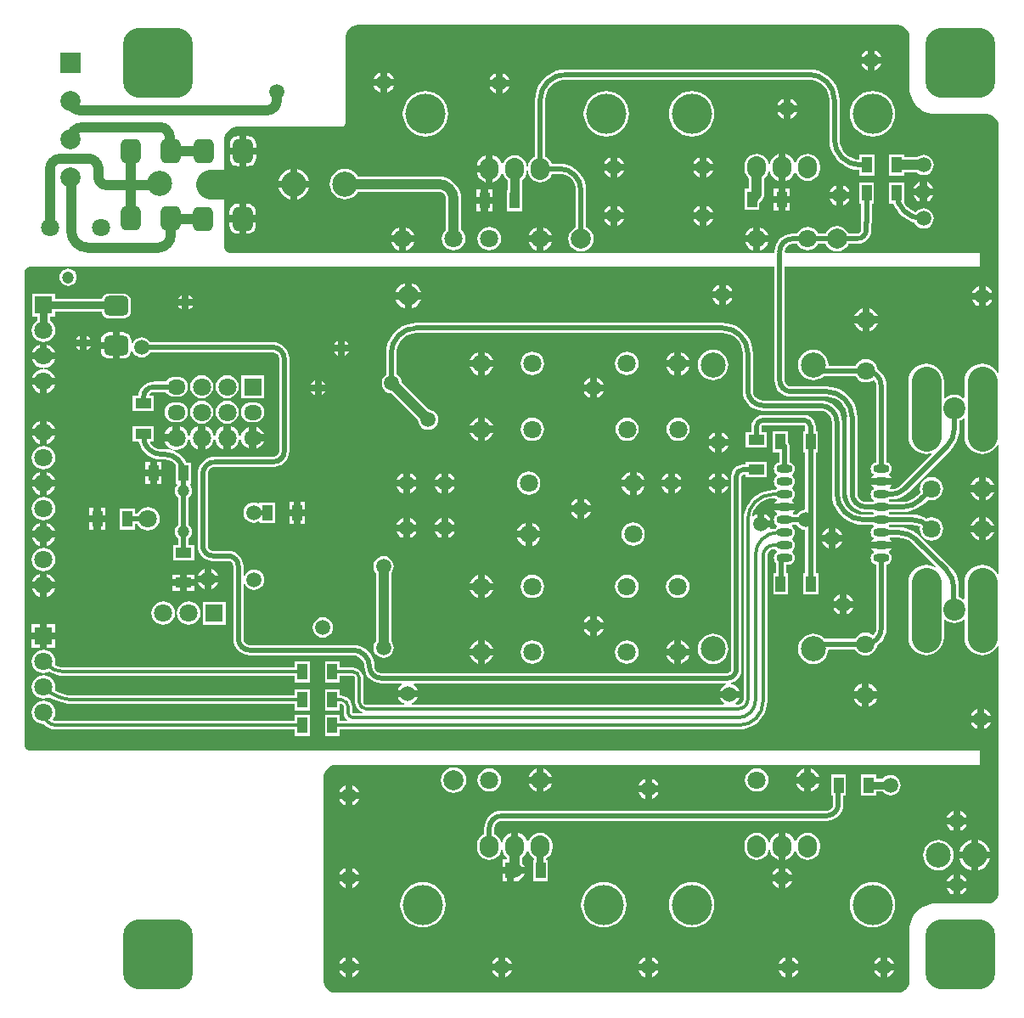
<source format=gbl>
G04 Layer_Physical_Order=2*
G04 Layer_Color=16711680*
%FSLAX44Y44*%
%MOMM*%
G71*
G01*
G75*
%ADD10C,0.5000*%
%ADD11C,0.3000*%
%ADD12C,1.0000*%
%ADD13C,0.7500*%
%ADD15R,1.0000X1.6000*%
%ADD17R,1.6000X1.0000*%
G04:AMPARAMS|DCode=20|XSize=2mm|YSize=2.4mm|CornerRadius=0.5mm|HoleSize=0mm|Usage=FLASHONLY|Rotation=180.000|XOffset=0mm|YOffset=0mm|HoleType=Round|Shape=RoundedRectangle|*
%AMROUNDEDRECTD20*
21,1,2.0000,1.4000,0,0,180.0*
21,1,1.0000,2.4000,0,0,180.0*
1,1,1.0000,-0.5000,0.7000*
1,1,1.0000,0.5000,0.7000*
1,1,1.0000,0.5000,-0.7000*
1,1,1.0000,-0.5000,-0.7000*
%
%ADD20ROUNDEDRECTD20*%
%ADD25C,3.0000*%
%ADD27C,1.8000*%
%ADD28C,2.5000*%
%ADD29R,1.8000X1.8000*%
%ADD30O,1.9000X2.2000*%
%ADD31C,4.0000*%
G04:AMPARAMS|DCode=32|XSize=7mm|YSize=7mm|CornerRadius=1.75mm|HoleSize=0mm|Usage=FLASHONLY|Rotation=0.000|XOffset=0mm|YOffset=0mm|HoleType=Round|Shape=RoundedRectangle|*
%AMROUNDEDRECTD32*
21,1,7.0000,3.5000,0,0,0.0*
21,1,3.5000,7.0000,0,0,0.0*
1,1,3.5000,1.7500,-1.7500*
1,1,3.5000,-1.7500,-1.7500*
1,1,3.5000,-1.7500,1.7500*
1,1,3.5000,1.7500,1.7500*
%
%ADD32ROUNDEDRECTD32*%
%ADD33R,1.8000X1.8000*%
%ADD34O,1.8000X1.5000*%
%ADD35R,2.0000X2.0000*%
%ADD36C,2.0000*%
%ADD37C,2.2000*%
%ADD38C,1.5000*%
%ADD39C,1.2000*%
%ADD40C,1.0000*%
G04:AMPARAMS|DCode=41|XSize=2mm|YSize=2.4mm|CornerRadius=0.5mm|HoleSize=0mm|Usage=FLASHONLY|Rotation=270.000|XOffset=0mm|YOffset=0mm|HoleType=Round|Shape=RoundedRectangle|*
%AMROUNDEDRECTD41*
21,1,2.0000,1.4000,0,0,270.0*
21,1,1.0000,2.4000,0,0,270.0*
1,1,1.0000,-0.7000,-0.5000*
1,1,1.0000,-0.7000,0.5000*
1,1,1.0000,0.7000,0.5000*
1,1,1.0000,0.7000,-0.5000*
%
%ADD41ROUNDEDRECTD41*%
%ADD42O,1.6000X0.8000*%
%ADD43C,0.2560*%
%ADD44C,0.7000*%
%ADD45C,0.9000*%
G36*
X259021Y128270D02*
X259059Y128080D01*
X259358Y125041D01*
X260300Y121937D01*
X261829Y119075D01*
X263888Y116568D01*
X266395Y114509D01*
X269257Y112980D01*
X272361Y112038D01*
X275400Y111739D01*
X275590Y111701D01*
X310980D01*
X311214Y111748D01*
X314946Y111380D01*
X318760Y110223D01*
X322275Y108344D01*
X325356Y105816D01*
X327884Y102735D01*
X329763Y99220D01*
X330920Y95406D01*
X331287Y91674D01*
X331241Y91440D01*
Y15478D01*
X331257Y15398D01*
X331611Y11804D01*
X332682Y8272D01*
X334422Y5016D01*
X336764Y2163D01*
X339618Y-179D01*
X342873Y-1919D01*
X346406Y-2991D01*
X350000Y-3345D01*
X350080Y-3361D01*
X357460D01*
X358123Y-3870D01*
X358213Y-4552D01*
Y-4593D01*
X358123Y-5274D01*
X357460Y-5783D01*
X347535D01*
X347288Y-5832D01*
X343407Y-5450D01*
X339438Y-4246D01*
X335779Y-2291D01*
X332573Y341D01*
X329941Y3547D01*
X327986Y7206D01*
X326782Y11175D01*
X326399Y15056D01*
X326449Y15303D01*
Y86488D01*
X326454D01*
X326040Y90688D01*
X324815Y94726D01*
X322826Y98447D01*
X320149Y101709D01*
X316887Y104386D01*
X313166Y106375D01*
X309128Y107600D01*
X304928Y108014D01*
Y108009D01*
X247650D01*
X247473Y107973D01*
X245020Y108296D01*
X242570Y109311D01*
X240466Y110926D01*
X238851Y113030D01*
X237836Y115480D01*
X237513Y117933D01*
X237549Y118110D01*
Y154940D01*
X237541Y154978D01*
X237168Y159717D01*
X236050Y164376D01*
X234216Y168802D01*
X231713Y172887D01*
X228601Y176531D01*
X224958Y179643D01*
X220872Y182146D01*
X216446Y183980D01*
X211787Y185098D01*
X207048Y185471D01*
X207010Y185479D01*
X-97790D01*
X-97828Y185471D01*
X-102567Y185098D01*
X-107226Y183980D01*
X-111652Y182146D01*
X-115737Y179643D01*
X-119381Y176531D01*
X-122493Y172887D01*
X-124996Y168802D01*
X-126830Y164376D01*
X-127948Y159717D01*
X-128321Y154978D01*
X-128329Y154940D01*
Y133320D01*
X-129716Y132256D01*
X-131325Y130158D01*
X-132337Y127716D01*
X-132682Y125095D01*
X-132337Y122474D01*
X-131325Y120032D01*
X-129716Y117934D01*
X-127618Y116325D01*
X-125176Y115313D01*
X-123279Y115064D01*
X-96391Y88176D01*
X-96142Y86279D01*
X-95130Y83837D01*
X-93521Y81739D01*
X-91423Y80130D01*
X-88981Y79118D01*
X-86360Y78773D01*
X-83739Y79118D01*
X-81297Y80130D01*
X-79199Y81739D01*
X-77590Y83837D01*
X-76578Y86279D01*
X-76233Y88900D01*
X-76578Y91521D01*
X-77590Y93963D01*
X-79199Y96061D01*
X-81297Y97670D01*
X-83739Y98682D01*
X-85636Y98931D01*
X-112524Y125819D01*
X-112773Y127716D01*
X-113785Y130158D01*
X-115394Y132256D01*
X-117492Y133865D01*
X-118051Y134097D01*
Y154940D01*
X-118098Y155174D01*
X-117730Y158906D01*
X-116573Y162720D01*
X-114694Y166235D01*
X-112166Y169316D01*
X-109085Y171845D01*
X-105570Y173723D01*
X-101756Y174880D01*
X-98024Y175248D01*
X-97790Y175201D01*
X207010D01*
X207244Y175248D01*
X210976Y174880D01*
X214790Y173723D01*
X218305Y171845D01*
X221386Y169316D01*
X223915Y166235D01*
X225793Y162720D01*
X226950Y158906D01*
X227318Y155174D01*
X227271Y154940D01*
Y118110D01*
X227272Y118104D01*
X227663Y114134D01*
X228823Y110312D01*
X230706Y106789D01*
X233241Y103701D01*
X236329Y101166D01*
X239852Y99283D01*
X243674Y98124D01*
X247644Y97732D01*
X247650Y97731D01*
X304928D01*
X305135Y97773D01*
X307856Y97414D01*
X310584Y96284D01*
X312927Y94487D01*
X314724Y92144D01*
X315854Y89416D01*
X316213Y86695D01*
X316171Y86488D01*
Y15303D01*
X316175Y15286D01*
X316559Y10397D01*
X317708Y5612D01*
X319592Y1065D01*
X322163Y-3131D01*
X325359Y-6873D01*
X329101Y-10069D01*
X333297Y-12640D01*
X337844Y-14524D01*
X342629Y-15673D01*
X347518Y-16057D01*
X347535Y-16061D01*
X357460D01*
X358123Y-16570D01*
X358213Y-17251D01*
Y-17292D01*
X358123Y-17974D01*
X356842Y-18958D01*
X355793Y-20324D01*
X355134Y-21915D01*
X354910Y-23622D01*
X355134Y-25329D01*
X355793Y-26920D01*
X356842Y-28286D01*
X357702Y-28946D01*
X357791Y-29358D01*
X357711Y-30348D01*
X357662Y-30448D01*
X356514Y-31330D01*
X355392Y-32792D01*
X355379Y-32822D01*
X365506D01*
X375633D01*
X375620Y-32792D01*
X374498Y-31330D01*
X373927Y-30891D01*
X373746Y-29340D01*
X374233Y-28761D01*
X382671D01*
X382905Y-28714D01*
X386637Y-29082D01*
X390451Y-30239D01*
X393966Y-32118D01*
X396865Y-34497D01*
X396998Y-34695D01*
X419715Y-57412D01*
X418950Y-58443D01*
X416955Y-57377D01*
X413648Y-56374D01*
X410210Y-56035D01*
X406772Y-56374D01*
X403465Y-57377D01*
X400418Y-59005D01*
X397747Y-61197D01*
X395555Y-63868D01*
X393927Y-66915D01*
X392924Y-70222D01*
X392585Y-73660D01*
Y-100330D01*
Y-128270D01*
X392924Y-131708D01*
X393927Y-135015D01*
X395555Y-138062D01*
X397747Y-140733D01*
X400418Y-142924D01*
X403465Y-144553D01*
X406772Y-145556D01*
X410210Y-145895D01*
X413648Y-145556D01*
X416955Y-144553D01*
X420002Y-142924D01*
X422673Y-140733D01*
X424865Y-138062D01*
X426493Y-135015D01*
X427496Y-131708D01*
X427835Y-128270D01*
Y-111082D01*
X429105Y-110456D01*
X431322Y-112157D01*
X434615Y-113521D01*
X438150Y-113987D01*
X441685Y-113521D01*
X444978Y-112157D01*
X447195Y-110456D01*
X448465Y-111082D01*
Y-128270D01*
X448804Y-131708D01*
X449807Y-135015D01*
X451436Y-138062D01*
X453627Y-140733D01*
X456298Y-142924D01*
X459345Y-144553D01*
X462652Y-145556D01*
X466090Y-145895D01*
X469528Y-145556D01*
X472835Y-144553D01*
X475882Y-142924D01*
X478553Y-140733D01*
X480745Y-138062D01*
X481330Y-136967D01*
X482600Y-137285D01*
Y-238760D01*
X482600D01*
Y-261620D01*
X482600Y-261620D01*
X482600Y-381762D01*
X482600Y-382938D01*
X482142Y-385244D01*
X481242Y-387417D01*
X479935Y-389372D01*
X478272Y-391035D01*
X476317Y-392342D01*
X474144Y-393242D01*
X471838Y-393700D01*
X470662Y-393700D01*
X419100D01*
X416610Y-393822D01*
X411727Y-394794D01*
X407127Y-396699D01*
X402986Y-399465D01*
X399465Y-402986D01*
X396699Y-407127D01*
X394794Y-411727D01*
X393822Y-416610D01*
X393700Y-419100D01*
X393700Y-469900D01*
X393700Y-471151D01*
X393212Y-473605D01*
X392255Y-475916D01*
X390865Y-477996D01*
X389096Y-479765D01*
X387016Y-481155D01*
X384705Y-482112D01*
X382251Y-482600D01*
X381000Y-482600D01*
X-177801D01*
X-179007Y-482645D01*
X-181391Y-482261D01*
X-183654Y-481420D01*
X-185709Y-480154D01*
X-187478Y-478511D01*
X-188892Y-476554D01*
X-189898Y-474359D01*
X-190455Y-472010D01*
X-190500Y-470804D01*
Y-267969D01*
X-190500Y-266719D01*
X-190012Y-264265D01*
X-189055Y-261954D01*
X-187665Y-259874D01*
X-185896Y-258105D01*
X-183816Y-256716D01*
X-181505Y-255758D01*
X-179052Y-255270D01*
X-177801Y-255270D01*
X-177801Y-255270D01*
X463550Y-255270D01*
Y-241382D01*
X-482518Y-241382D01*
X-483781D01*
X-486115Y-240415D01*
X-487902Y-238629D01*
X-488869Y-236295D01*
X-488869Y-235032D01*
X-488950Y234967D01*
X-488947Y236228D01*
X-487977Y238555D01*
X-486192Y240336D01*
X-483862Y241299D01*
X-482601Y241299D01*
X-482601Y241299D01*
X259021Y241300D01*
Y128270D01*
D02*
G37*
G36*
X448465Y89578D02*
Y72390D01*
X448804Y68952D01*
X449807Y65645D01*
X451436Y62598D01*
X453627Y59927D01*
X456298Y57736D01*
X459345Y56107D01*
X462652Y55104D01*
X466090Y54765D01*
X469528Y55104D01*
X472835Y56107D01*
X475882Y57736D01*
X478553Y59927D01*
X480745Y62598D01*
X481330Y63693D01*
X482600Y63375D01*
Y-64645D01*
X481330Y-64963D01*
X480745Y-63868D01*
X478553Y-61197D01*
X475882Y-59005D01*
X472835Y-57377D01*
X469528Y-56374D01*
X466090Y-56035D01*
X462652Y-56374D01*
X459345Y-57377D01*
X456298Y-59005D01*
X453627Y-61197D01*
X451436Y-63868D01*
X449807Y-66915D01*
X448804Y-70222D01*
X448465Y-73660D01*
Y-89578D01*
X447195Y-90204D01*
X444978Y-88503D01*
X443035Y-87698D01*
Y-78847D01*
X443027Y-78809D01*
X442654Y-74070D01*
X441536Y-69412D01*
X439702Y-64985D01*
X437199Y-60900D01*
X434112Y-57285D01*
X434090Y-57253D01*
X404265Y-27428D01*
X404233Y-27406D01*
X400619Y-24319D01*
X396533Y-21816D01*
X392107Y-19982D01*
X387448Y-18864D01*
X382709Y-18491D01*
X382671Y-18483D01*
X373552D01*
X372889Y-17974D01*
X372799Y-17292D01*
Y-17251D01*
X372889Y-16570D01*
X373552Y-16061D01*
X395945D01*
X396179Y-16014D01*
X399911Y-16382D01*
X403725Y-17539D01*
X404195Y-17790D01*
X403904Y-20000D01*
X404301Y-23013D01*
X405464Y-25820D01*
X407314Y-28230D01*
X409724Y-30080D01*
X412532Y-31243D01*
X415544Y-31640D01*
X418557Y-31243D01*
X421364Y-30080D01*
X423774Y-28230D01*
X425624Y-25820D01*
X426787Y-23013D01*
X427183Y-20000D01*
X426787Y-16988D01*
X425624Y-14180D01*
X423774Y-11770D01*
X421364Y-9920D01*
X418557Y-8757D01*
X415544Y-8360D01*
X412532Y-8757D01*
X410556Y-9575D01*
X409807Y-9116D01*
X405381Y-7282D01*
X400722Y-6164D01*
X395983Y-5791D01*
X395945Y-5783D01*
X373552D01*
X372889Y-5274D01*
X372799Y-4593D01*
Y-4552D01*
X372889Y-3870D01*
X373552Y-3361D01*
X386801D01*
X386839Y-3353D01*
X391578Y-2980D01*
X396236Y-1862D01*
X400663Y-28D01*
X404748Y2475D01*
X408363Y5562D01*
X408395Y5584D01*
X411850Y9039D01*
X412532Y8757D01*
X415544Y8360D01*
X418557Y8757D01*
X421364Y9920D01*
X423774Y11770D01*
X425624Y14180D01*
X426787Y16988D01*
X427183Y20000D01*
X426787Y23013D01*
X425624Y25820D01*
X423774Y28230D01*
X421364Y30080D01*
X418557Y31243D01*
X415544Y31640D01*
X412532Y31243D01*
X409724Y30080D01*
X407314Y28230D01*
X405464Y25820D01*
X404301Y23013D01*
X403904Y20000D01*
X404301Y16988D01*
X404583Y16306D01*
X401128Y12851D01*
X400995Y12653D01*
X398096Y10273D01*
X394581Y8395D01*
X390767Y7238D01*
X387035Y6870D01*
X386801Y6917D01*
X373552D01*
X372889Y7426D01*
X372799Y8108D01*
Y8148D01*
X372889Y8830D01*
X373552Y9339D01*
X375305D01*
Y9320D01*
X380070Y9790D01*
X384652Y11180D01*
X388875Y13437D01*
X392576Y16474D01*
X392563Y16488D01*
X434598Y58523D01*
X434620Y58555D01*
X437707Y62169D01*
X440210Y66255D01*
X442044Y70682D01*
X443162Y75340D01*
X443535Y80079D01*
X443543Y80117D01*
Y87908D01*
X444978Y88503D01*
X447195Y90204D01*
X448465Y89578D01*
D02*
G37*
G36*
X384705Y482114D02*
X387018Y481157D01*
X389098Y479768D01*
X390868Y477998D01*
X392257Y475918D01*
X393214Y473605D01*
X393701Y471151D01*
X393700Y469900D01*
X393700Y419100D01*
X393822Y416610D01*
X394793Y411726D01*
X396698Y407126D01*
X399464Y402985D01*
X402985Y399464D01*
X407126Y396698D01*
X411726Y394793D01*
X416610Y393822D01*
X419100Y393700D01*
X469900Y393700D01*
X469900Y393700D01*
X469900Y393700D01*
X471151Y393701D01*
X473605Y393214D01*
X475918Y392257D01*
X477998Y390868D01*
X479768Y389098D01*
X481157Y387017D01*
X482114Y384705D01*
X482601Y382251D01*
X482600Y381000D01*
X482600Y255270D01*
X482600D01*
Y226060D01*
X482600D01*
Y136015D01*
X481330Y135697D01*
X480745Y136792D01*
X478553Y139463D01*
X475882Y141655D01*
X472835Y143283D01*
X469528Y144286D01*
X466090Y144625D01*
X462652Y144286D01*
X459345Y143283D01*
X456298Y141655D01*
X453627Y139463D01*
X451436Y136792D01*
X449807Y133745D01*
X448804Y130438D01*
X448465Y127000D01*
Y111082D01*
X447195Y110456D01*
X444978Y112157D01*
X441685Y113521D01*
X438150Y113987D01*
X434615Y113521D01*
X431322Y112157D01*
X429105Y110456D01*
X427835Y111082D01*
Y127000D01*
X427496Y130438D01*
X426493Y133745D01*
X424865Y136792D01*
X422673Y139463D01*
X420002Y141655D01*
X416955Y143283D01*
X413648Y144286D01*
X410210Y144625D01*
X406772Y144286D01*
X403465Y143283D01*
X400418Y141655D01*
X397747Y139463D01*
X395555Y136792D01*
X393927Y133745D01*
X392924Y130438D01*
X392585Y127000D01*
Y100330D01*
Y72390D01*
X392924Y68952D01*
X393927Y65645D01*
X395555Y62598D01*
X397747Y59927D01*
X400418Y57736D01*
X403465Y56107D01*
X406772Y55104D01*
X410210Y54765D01*
X413648Y55104D01*
X415371Y55626D01*
X416044Y54503D01*
X385296Y23755D01*
X385136Y23516D01*
X382416Y21429D01*
X378986Y20008D01*
X375588Y19561D01*
X375305Y19617D01*
X374233D01*
X373746Y20196D01*
X373927Y21747D01*
X374498Y22186D01*
X375620Y23648D01*
X375633Y23678D01*
X365506D01*
X355379D01*
X355392Y23648D01*
X356514Y22186D01*
X357662Y21304D01*
X357711Y21204D01*
X357791Y20215D01*
X357702Y19802D01*
X356842Y19142D01*
X355793Y17776D01*
X355134Y16185D01*
X354910Y14478D01*
X355134Y12771D01*
X355793Y11180D01*
X356842Y9814D01*
X358123Y8830D01*
X358213Y8148D01*
Y8108D01*
X358123Y7426D01*
X357460Y6917D01*
X350080D01*
X349942Y6889D01*
X347852Y7165D01*
X345776Y8024D01*
X343994Y9392D01*
X342626Y11175D01*
X341766Y13250D01*
X341491Y15341D01*
X341518Y15478D01*
Y91440D01*
X341511Y91478D01*
X341138Y96217D01*
X340019Y100876D01*
X338186Y105302D01*
X335682Y109388D01*
X332571Y113031D01*
X328927Y116143D01*
X324842Y118646D01*
X320415Y120480D01*
X315756Y121598D01*
X311018Y121971D01*
X310980Y121979D01*
X275590D01*
X275353Y121931D01*
X273146Y122370D01*
X271075Y123755D01*
X269690Y125826D01*
X269251Y128033D01*
X269299Y128270D01*
Y241300D01*
X463550Y241300D01*
X463550Y255270D01*
X270047D01*
X269857Y255501D01*
X269299Y256540D01*
X269418Y257726D01*
X269521Y258507D01*
X270280Y260339D01*
X271487Y261913D01*
X273061Y263120D01*
X274893Y263879D01*
X276749Y264123D01*
X276860Y264101D01*
X281738D01*
X282020Y263420D01*
X283870Y261010D01*
X286280Y259160D01*
X289088Y257997D01*
X292100Y257600D01*
X295112Y257997D01*
X297920Y259160D01*
X300330Y261010D01*
X302180Y263420D01*
X302462Y264101D01*
X309865D01*
X310356Y262916D01*
X312366Y260296D01*
X314986Y258286D01*
X318036Y257023D01*
X321310Y256592D01*
X324584Y257023D01*
X327634Y258286D01*
X330254Y260296D01*
X332264Y262916D01*
X332755Y264101D01*
X341630D01*
Y264080D01*
X345266Y264559D01*
X348655Y265962D01*
X351565Y268195D01*
X353798Y271105D01*
X355201Y274494D01*
X355680Y278130D01*
X355659D01*
Y284569D01*
X356093Y285618D01*
X356093D01*
X355898Y285855D01*
X355899Y285858D01*
Y304420D01*
X358300D01*
Y325500D01*
X343220D01*
Y304420D01*
X345621D01*
Y286848D01*
X345377Y285618D01*
X345381D01*
Y278130D01*
X345404Y278018D01*
X345137Y276677D01*
X344314Y275446D01*
X343083Y274623D01*
X341742Y274356D01*
X341630Y274379D01*
X332755D01*
X332264Y275564D01*
X330254Y278184D01*
X327634Y280194D01*
X324584Y281457D01*
X321310Y281888D01*
X318036Y281457D01*
X314986Y280194D01*
X312366Y278184D01*
X310356Y275564D01*
X309865Y274379D01*
X302462D01*
X302180Y275060D01*
X300330Y277470D01*
X297920Y279320D01*
X295112Y280483D01*
X292100Y280879D01*
X289088Y280483D01*
X286280Y279320D01*
X283870Y277470D01*
X282020Y275060D01*
X281738Y274379D01*
X276860D01*
X276731Y274353D01*
X273382Y274023D01*
X270038Y273009D01*
X266957Y271362D01*
X264255Y269145D01*
X262038Y266444D01*
X260391Y263362D01*
X259377Y260018D01*
X259034Y256540D01*
X259021D01*
X259079Y256252D01*
X258273Y255270D01*
X-283210D01*
X-284464Y255270D01*
X-286780Y256229D01*
X-288553Y258002D01*
X-289512Y260318D01*
X-289512Y261572D01*
X-289561Y316408D01*
X-288633Y318144D01*
X-287746Y321065D01*
X-287447Y324104D01*
X-287746Y327142D01*
X-288633Y330064D01*
X-289512Y331709D01*
X-289512Y367077D01*
X-289512Y368348D01*
X-289512Y368348D01*
X-289513Y369594D01*
X-289028Y372039D01*
X-288074Y374342D01*
X-286690Y376415D01*
X-284927Y378177D01*
X-282855Y379562D01*
X-280551Y380515D01*
X-278106Y381001D01*
X-276860Y381000D01*
X-229870Y381000D01*
X-173954Y381000D01*
X-172720Y381000D01*
X-172720Y381000D01*
X-171918Y381055D01*
X-171535Y381206D01*
X-170430Y381642D01*
X-169299Y382773D01*
X-168711Y384262D01*
X-168656Y385064D01*
X-168656Y468699D01*
X-168656Y469895D01*
X-168656Y469895D01*
X-168656Y469895D01*
X-168656Y469895D01*
X-168657Y471147D01*
X-168171Y473602D01*
X-167214Y475914D01*
X-165825Y477996D01*
X-164056Y479766D01*
X-161975Y481156D01*
X-159662Y482113D01*
X-157207Y482601D01*
X-155956Y482600D01*
X381000Y482600D01*
X381000Y482600D01*
X381000Y482600D01*
X382251Y482601D01*
X384705Y482114D01*
D02*
G37*
%LPC*%
G36*
X-319200Y-65660D02*
X-326700D01*
Y-70160D01*
X-319200D01*
Y-65660D01*
D02*
G37*
G36*
X-469900Y-39160D02*
X-472912Y-39557D01*
X-475720Y-40720D01*
X-478130Y-42570D01*
X-479980Y-44980D01*
X-481143Y-47787D01*
X-481539Y-50800D01*
X-481143Y-53812D01*
X-479980Y-56620D01*
X-478130Y-59030D01*
X-475720Y-60880D01*
X-472912Y-62043D01*
X-469900Y-62439D01*
X-466888Y-62043D01*
X-464080Y-60880D01*
X-461670Y-59030D01*
X-459820Y-56620D01*
X-458657Y-53812D01*
X-458260Y-50800D01*
X-458657Y-47787D01*
X-459820Y-44980D01*
X-461670Y-42570D01*
X-464080Y-40720D01*
X-466888Y-39557D01*
X-469900Y-39160D01*
D02*
G37*
G36*
X-302316Y-60189D02*
Y-66604D01*
X-295901D01*
X-296644Y-64809D01*
X-298327Y-62615D01*
X-300521Y-60932D01*
X-302316Y-60189D01*
D02*
G37*
G36*
X-309316D02*
X-311111Y-60932D01*
X-313305Y-62615D01*
X-314988Y-64809D01*
X-315731Y-66604D01*
X-309316D01*
Y-60189D01*
D02*
G37*
G36*
X-333700Y-65660D02*
X-341200D01*
Y-70160D01*
X-333700D01*
Y-65660D01*
D02*
G37*
G36*
X-36770Y-65931D02*
X-39322Y-66988D01*
X-41828Y-68911D01*
X-43752Y-71418D01*
X-44809Y-73970D01*
X-36770D01*
Y-65931D01*
D02*
G37*
G36*
X-295901Y-73604D02*
X-302316D01*
Y-80019D01*
X-300521Y-79276D01*
X-298327Y-77593D01*
X-296644Y-75399D01*
X-295901Y-73604D01*
D02*
G37*
G36*
X-309316D02*
X-315731D01*
X-314988Y-75399D01*
X-313305Y-77593D01*
X-311111Y-79276D01*
X-309316Y-80019D01*
Y-73604D01*
D02*
G37*
G36*
X-466400Y-64661D02*
Y-72700D01*
X-458361D01*
X-459418Y-70148D01*
X-461342Y-67642D01*
X-463848Y-65718D01*
X-466400Y-64661D01*
D02*
G37*
G36*
X-473400D02*
X-475952Y-65718D01*
X-478459Y-67642D01*
X-480382Y-70148D01*
X-481439Y-72700D01*
X-473400D01*
Y-64661D01*
D02*
G37*
G36*
X-29770Y-65931D02*
Y-73970D01*
X-21731D01*
X-22788Y-71418D01*
X-24711Y-68911D01*
X-27218Y-66988D01*
X-29770Y-65931D01*
D02*
G37*
G36*
X25509Y-28900D02*
X17470D01*
Y-36939D01*
X20022Y-35882D01*
X22529Y-33958D01*
X24452Y-31452D01*
X25509Y-28900D01*
D02*
G37*
G36*
X-73350Y-22550D02*
X-79765D01*
X-79022Y-24345D01*
X-77339Y-26539D01*
X-75145Y-28222D01*
X-73350Y-28965D01*
Y-22550D01*
D02*
G37*
G36*
X-98035D02*
X-104450D01*
Y-28965D01*
X-102655Y-28222D01*
X-100461Y-26539D01*
X-98778Y-24345D01*
X-98035Y-22550D01*
D02*
G37*
G36*
X-111450D02*
X-117865D01*
X-117122Y-24345D01*
X-115439Y-26539D01*
X-113245Y-28222D01*
X-111450Y-28965D01*
Y-22550D01*
D02*
G37*
G36*
X118110Y-13760D02*
X115098Y-14157D01*
X112290Y-15320D01*
X109880Y-17170D01*
X108030Y-19580D01*
X106867Y-22387D01*
X106470Y-25400D01*
X106867Y-28412D01*
X108030Y-31220D01*
X109880Y-33630D01*
X112290Y-35480D01*
X115098Y-36643D01*
X118110Y-37039D01*
X121123Y-36643D01*
X123930Y-35480D01*
X126340Y-33630D01*
X128190Y-31220D01*
X129353Y-28412D01*
X129749Y-25400D01*
X129353Y-22387D01*
X128190Y-19580D01*
X126340Y-17170D01*
X123930Y-15320D01*
X121123Y-14157D01*
X118110Y-13760D01*
D02*
G37*
G36*
X326399Y-32964D02*
X319984D01*
Y-39379D01*
X321779Y-38636D01*
X323973Y-36953D01*
X325656Y-34759D01*
X326399Y-32964D01*
D02*
G37*
G36*
X312984D02*
X306569D01*
X307312Y-34759D01*
X308995Y-36953D01*
X311189Y-38636D01*
X312984Y-39379D01*
Y-32964D01*
D02*
G37*
G36*
X-458361Y-28900D02*
X-466400D01*
Y-36939D01*
X-463848Y-35882D01*
X-461342Y-33958D01*
X-459418Y-31452D01*
X-458361Y-28900D01*
D02*
G37*
G36*
X-473400D02*
X-481439D01*
X-480382Y-31452D01*
X-478459Y-33958D01*
X-475952Y-35882D01*
X-473400Y-36939D01*
Y-28900D01*
D02*
G37*
G36*
X10470D02*
X2431D01*
X3488Y-31452D01*
X5411Y-33958D01*
X7918Y-35882D01*
X10470Y-36939D01*
Y-28900D01*
D02*
G37*
G36*
X-288180Y-92600D02*
X-311260D01*
Y-115680D01*
X-288180D01*
Y-92600D01*
D02*
G37*
G36*
X-325120Y-92500D02*
X-328133Y-92897D01*
X-330940Y-94060D01*
X-333350Y-95910D01*
X-335200Y-98320D01*
X-336363Y-101128D01*
X-336760Y-104140D01*
X-336363Y-107153D01*
X-335200Y-109960D01*
X-333350Y-112370D01*
X-330940Y-114220D01*
X-328133Y-115383D01*
X-325120Y-115779D01*
X-322108Y-115383D01*
X-319300Y-114220D01*
X-316890Y-112370D01*
X-315040Y-109960D01*
X-313877Y-107153D01*
X-313480Y-104140D01*
X-313877Y-101128D01*
X-315040Y-98320D01*
X-316890Y-95910D01*
X-319300Y-94060D01*
X-322108Y-92897D01*
X-325120Y-92500D01*
D02*
G37*
G36*
X75240Y-106925D02*
X73445Y-107668D01*
X71251Y-109351D01*
X69568Y-111545D01*
X68825Y-113340D01*
X75240D01*
Y-106925D01*
D02*
G37*
G36*
X324160Y-98750D02*
X317745D01*
X318488Y-100545D01*
X320171Y-102739D01*
X322365Y-104422D01*
X324160Y-105165D01*
Y-98750D01*
D02*
G37*
G36*
X82240Y-106925D02*
Y-113340D01*
X88655D01*
X87912Y-111545D01*
X86229Y-109351D01*
X84035Y-107668D01*
X82240Y-106925D01*
D02*
G37*
G36*
X-350520Y-92500D02*
X-353532Y-92897D01*
X-356340Y-94060D01*
X-358750Y-95910D01*
X-360600Y-98320D01*
X-361763Y-101128D01*
X-362160Y-104140D01*
X-361763Y-107153D01*
X-360600Y-109960D01*
X-358750Y-112370D01*
X-356340Y-114220D01*
X-353532Y-115383D01*
X-350520Y-115779D01*
X-347508Y-115383D01*
X-344700Y-114220D01*
X-342290Y-112370D01*
X-340440Y-109960D01*
X-339277Y-107153D01*
X-338880Y-104140D01*
X-339277Y-101128D01*
X-340440Y-98320D01*
X-342290Y-95910D01*
X-344700Y-94060D01*
X-347508Y-92897D01*
X-350520Y-92500D01*
D02*
G37*
G36*
X88655Y-120340D02*
X82240D01*
Y-126755D01*
X84035Y-126012D01*
X86229Y-124329D01*
X87912Y-122135D01*
X88655Y-120340D01*
D02*
G37*
G36*
X75240D02*
X68825D01*
X69568Y-122135D01*
X71251Y-124329D01*
X73445Y-126012D01*
X75240Y-126755D01*
Y-120340D01*
D02*
G37*
G36*
X375633Y-39822D02*
X365506D01*
X355379D01*
X355392Y-39852D01*
X356514Y-41314D01*
X357690Y-42217D01*
X357763Y-42378D01*
X357833Y-43224D01*
X357744Y-43715D01*
X356842Y-44408D01*
X355793Y-45774D01*
X355134Y-47365D01*
X354910Y-49072D01*
X355134Y-50779D01*
X355793Y-52370D01*
X356842Y-53736D01*
X358208Y-54785D01*
X359799Y-55444D01*
X360367Y-55518D01*
Y-119126D01*
X360405Y-119317D01*
X360067Y-121888D01*
X359001Y-124462D01*
X357572Y-126324D01*
X355578Y-124794D01*
X352771Y-123631D01*
X349758Y-123234D01*
X346745Y-123631D01*
X343938Y-124794D01*
X341528Y-126644D01*
X339678Y-129054D01*
X339396Y-129735D01*
X308929D01*
X308336Y-129014D01*
X306046Y-127134D01*
X303433Y-125738D01*
X300598Y-124878D01*
X297650Y-124587D01*
X294702Y-124878D01*
X291867Y-125738D01*
X289254Y-127134D01*
X286964Y-129014D01*
X285084Y-131304D01*
X283688Y-133917D01*
X282828Y-136752D01*
X282537Y-139700D01*
X282828Y-142648D01*
X283688Y-145483D01*
X285084Y-148096D01*
X286964Y-150386D01*
X289254Y-152266D01*
X291867Y-153662D01*
X294702Y-154522D01*
X297650Y-154813D01*
X300598Y-154522D01*
X303433Y-153662D01*
X306046Y-152266D01*
X308336Y-150386D01*
X310216Y-148096D01*
X311612Y-145483D01*
X312472Y-142648D01*
X312732Y-140013D01*
X339396D01*
X339678Y-140694D01*
X341528Y-143104D01*
X343938Y-144954D01*
X346745Y-146117D01*
X349758Y-146514D01*
X352771Y-146117D01*
X355578Y-144954D01*
X357988Y-143104D01*
X359838Y-140694D01*
X361001Y-137886D01*
X361171Y-136597D01*
X361363Y-136494D01*
X364529Y-133897D01*
X367126Y-130731D01*
X369057Y-127120D01*
X370245Y-123201D01*
X370647Y-119126D01*
X370645D01*
Y-55518D01*
X371213Y-55444D01*
X372804Y-54785D01*
X374170Y-53736D01*
X375219Y-52370D01*
X375878Y-50779D01*
X376102Y-49072D01*
X375878Y-47365D01*
X375219Y-45774D01*
X374170Y-44408D01*
X373268Y-43715D01*
X373179Y-43224D01*
X373249Y-42378D01*
X373322Y-42217D01*
X374498Y-41314D01*
X375620Y-39852D01*
X375633Y-39822D01*
D02*
G37*
G36*
X-457900Y-115000D02*
X-466400D01*
Y-123500D01*
X-457900D01*
Y-115000D01*
D02*
G37*
G36*
X-473400D02*
X-481900D01*
Y-123500D01*
X-473400D01*
Y-115000D01*
D02*
G37*
G36*
X337575Y-98750D02*
X331160D01*
Y-105165D01*
X332955Y-104422D01*
X335149Y-102739D01*
X336832Y-100545D01*
X337575Y-98750D01*
D02*
G37*
G36*
X-473400Y-79700D02*
X-481439D01*
X-480382Y-82252D01*
X-478459Y-84759D01*
X-475952Y-86682D01*
X-473400Y-87739D01*
Y-79700D01*
D02*
G37*
G36*
X-36770Y-80970D02*
X-44809D01*
X-43752Y-83522D01*
X-41828Y-86028D01*
X-39322Y-87952D01*
X-36770Y-89009D01*
Y-80970D01*
D02*
G37*
G36*
X-458361Y-79700D02*
X-466400D01*
Y-87739D01*
X-463848Y-86682D01*
X-461342Y-84759D01*
X-459418Y-82252D01*
X-458361Y-79700D01*
D02*
G37*
G36*
X-319200Y-77160D02*
X-326700D01*
Y-81660D01*
X-319200D01*
Y-77160D01*
D02*
G37*
G36*
X-333700D02*
X-341200D01*
Y-81660D01*
X-333700D01*
Y-77160D01*
D02*
G37*
G36*
X-21731Y-80970D02*
X-29770D01*
Y-89009D01*
X-27218Y-87952D01*
X-24711Y-86028D01*
X-22788Y-83522D01*
X-21731Y-80970D01*
D02*
G37*
G36*
X331160Y-85335D02*
Y-91750D01*
X337575D01*
X336832Y-89955D01*
X335149Y-87761D01*
X332955Y-86078D01*
X331160Y-85335D01*
D02*
G37*
G36*
X324160D02*
X322365Y-86078D01*
X320171Y-87761D01*
X318488Y-89955D01*
X317745Y-91750D01*
X324160D01*
Y-85335D01*
D02*
G37*
G36*
X17530Y-65830D02*
X14517Y-66227D01*
X11710Y-67390D01*
X9300Y-69240D01*
X7450Y-71650D01*
X6287Y-74458D01*
X5890Y-77470D01*
X6287Y-80483D01*
X7450Y-83290D01*
X9300Y-85700D01*
X11710Y-87550D01*
X14517Y-88713D01*
X17530Y-89109D01*
X20543Y-88713D01*
X23350Y-87550D01*
X25760Y-85700D01*
X27610Y-83290D01*
X28773Y-80483D01*
X29169Y-77470D01*
X28773Y-74458D01*
X27610Y-71650D01*
X25760Y-69240D01*
X23350Y-67390D01*
X20543Y-66227D01*
X17530Y-65830D01*
D02*
G37*
G36*
X162560D02*
X159548Y-66227D01*
X156740Y-67390D01*
X154330Y-69240D01*
X152480Y-71650D01*
X151317Y-74458D01*
X150920Y-77470D01*
X151317Y-80483D01*
X152480Y-83290D01*
X154330Y-85700D01*
X156740Y-87550D01*
X159548Y-88713D01*
X162560Y-89109D01*
X165572Y-88713D01*
X168380Y-87550D01*
X170790Y-85700D01*
X172640Y-83290D01*
X173803Y-80483D01*
X174200Y-77470D01*
X173803Y-74458D01*
X172640Y-71650D01*
X170790Y-69240D01*
X168380Y-67390D01*
X165572Y-66227D01*
X162560Y-65830D01*
D02*
G37*
G36*
X111760D02*
X108748Y-66227D01*
X105940Y-67390D01*
X103530Y-69240D01*
X101680Y-71650D01*
X100517Y-74458D01*
X100120Y-77470D01*
X100517Y-80483D01*
X101680Y-83290D01*
X103530Y-85700D01*
X105940Y-87550D01*
X108748Y-88713D01*
X111760Y-89109D01*
X114773Y-88713D01*
X117580Y-87550D01*
X119990Y-85700D01*
X121840Y-83290D01*
X123003Y-80483D01*
X123399Y-77470D01*
X123003Y-74458D01*
X121840Y-71650D01*
X119990Y-69240D01*
X117580Y-67390D01*
X114773Y-66227D01*
X111760Y-65830D01*
D02*
G37*
G36*
X13970Y37039D02*
X10957Y36643D01*
X8150Y35480D01*
X5740Y33630D01*
X3890Y31220D01*
X2727Y28412D01*
X2331Y25400D01*
X2727Y22387D01*
X3890Y19580D01*
X5740Y17170D01*
X8150Y15320D01*
X10957Y14157D01*
X13970Y13760D01*
X16983Y14157D01*
X19790Y15320D01*
X22200Y17170D01*
X24050Y19580D01*
X25213Y22387D01*
X25610Y25400D01*
X25213Y28412D01*
X24050Y31220D01*
X22200Y33630D01*
X19790Y35480D01*
X16983Y36643D01*
X13970Y37039D01*
D02*
G37*
G36*
X-473400Y21900D02*
X-481439D01*
X-480382Y19348D01*
X-478459Y16841D01*
X-475952Y14918D01*
X-473400Y13861D01*
Y21900D01*
D02*
G37*
G36*
X114610D02*
X106571D01*
X107628Y19348D01*
X109551Y16841D01*
X112058Y14918D01*
X114610Y13861D01*
Y21900D01*
D02*
G37*
G36*
X288544Y93531D02*
X247396D01*
X247389Y93529D01*
X244423Y93139D01*
X241652Y91991D01*
X239273Y90165D01*
X237447Y87786D01*
X236299Y85015D01*
X235909Y82049D01*
X235907Y82042D01*
Y76388D01*
X230506D01*
Y61308D01*
X251586D01*
Y76388D01*
X246185D01*
Y82042D01*
X246162Y82155D01*
X246491Y82947D01*
X247283Y83276D01*
X247396Y83253D01*
X288544D01*
X288657Y83276D01*
X289449Y82947D01*
X289778Y82155D01*
X289755Y82042D01*
Y77342D01*
X287368D01*
Y56262D01*
X289769D01*
Y-801D01*
X287193Y-1140D01*
X284751Y-2152D01*
X282653Y-3761D01*
X281102Y-5783D01*
X277633D01*
X277146Y-5204D01*
X277327Y-3653D01*
X277899Y-3214D01*
X279021Y-1752D01*
X279033Y-1722D01*
X268906D01*
X258779D01*
X258792Y-1752D01*
X259914Y-3214D01*
X261062Y-4096D01*
X261111Y-4196D01*
X261191Y-5185D01*
X261102Y-5598D01*
X260242Y-6258D01*
X259193Y-7624D01*
X258534Y-9215D01*
X258310Y-10922D01*
X258534Y-12629D01*
X259193Y-14220D01*
X260242Y-15586D01*
X261523Y-16570D01*
X261613Y-17251D01*
Y-17292D01*
X261523Y-17974D01*
X260242Y-18958D01*
X259652Y-19727D01*
X258366Y-19828D01*
X255683Y-20472D01*
X254757Y-19388D01*
X255025Y-18740D01*
X245110D01*
Y-15240D01*
X241610D01*
Y-5325D01*
X239815Y-6068D01*
X238099Y-7385D01*
X236884Y-6760D01*
X238098Y-2757D01*
X240070Y931D01*
X242723Y4165D01*
X245956Y6818D01*
X249645Y8790D01*
X253648Y10004D01*
X257625Y10396D01*
X257810Y10359D01*
X259823D01*
X260242Y9814D01*
X261102Y9154D01*
X261191Y8741D01*
X261111Y7752D01*
X261062Y7652D01*
X259914Y6770D01*
X258792Y5308D01*
X258779Y5278D01*
X268906D01*
X279033D01*
X279021Y5308D01*
X277899Y6770D01*
X276750Y7652D01*
X276701Y7752D01*
X276621Y8741D01*
X276710Y9154D01*
X277570Y9814D01*
X278619Y11180D01*
X279278Y12771D01*
X279502Y14478D01*
X279278Y16185D01*
X278619Y17776D01*
X277570Y19142D01*
X276289Y20126D01*
X276199Y20807D01*
Y20849D01*
X276289Y21530D01*
X277570Y22514D01*
X278619Y23880D01*
X279278Y25471D01*
X279502Y27178D01*
X279278Y28885D01*
X278619Y30476D01*
X277570Y31842D01*
X276289Y32826D01*
X276199Y33507D01*
Y33549D01*
X276289Y34230D01*
X277570Y35214D01*
X278619Y36580D01*
X279278Y38171D01*
X279502Y39878D01*
X279278Y41585D01*
X278619Y43176D01*
X277570Y44542D01*
X276204Y45591D01*
X274613Y46250D01*
X274045Y46325D01*
Y62804D01*
X273654Y64770D01*
X272540Y66438D01*
X272448Y66499D01*
Y77342D01*
X257368D01*
Y56262D01*
X263767D01*
Y46325D01*
X263199Y46250D01*
X261608Y45591D01*
X260242Y44542D01*
X259193Y43176D01*
X258534Y41585D01*
X258310Y39878D01*
X258534Y38171D01*
X259193Y36580D01*
X260242Y35214D01*
X261523Y34230D01*
X261613Y33549D01*
Y33507D01*
X261523Y32826D01*
X260242Y31842D01*
X259193Y30476D01*
X258534Y28885D01*
X258310Y27178D01*
X258534Y25471D01*
X259193Y23880D01*
X260242Y22514D01*
X261523Y21530D01*
X261613Y20849D01*
Y20807D01*
X261523Y20126D01*
X260242Y19142D01*
X259823Y18597D01*
X257810D01*
Y18609D01*
X253190Y18246D01*
X248684Y17164D01*
X244403Y15390D01*
X240452Y12969D01*
X236928Y9960D01*
X233919Y6436D01*
X231498Y2485D01*
X229724Y-1796D01*
X228643Y-6302D01*
X228279Y-10922D01*
X228291D01*
Y-190500D01*
X228313Y-190612D01*
X227969Y-192343D01*
X226925Y-193905D01*
X225363Y-194949D01*
X223632Y-195293D01*
X223520Y-195271D01*
X220541D01*
X220110Y-194001D01*
X221865Y-192655D01*
X223548Y-190461D01*
X224291Y-188666D01*
X204461D01*
X205204Y-190461D01*
X206887Y-192655D01*
X208642Y-194001D01*
X208211Y-195271D01*
X-102772D01*
X-103024Y-194001D01*
X-101385Y-193322D01*
X-99191Y-191639D01*
X-97508Y-189445D01*
X-96765Y-187650D01*
X-116595D01*
X-115852Y-189445D01*
X-114169Y-191639D01*
X-111975Y-193322D01*
X-110336Y-194001D01*
X-110588Y-195271D01*
X-148590D01*
Y-195266D01*
X-149442Y-195096D01*
X-150164Y-194614D01*
X-150646Y-193892D01*
X-150816Y-193040D01*
X-150821D01*
Y-168910D01*
X-150810D01*
X-151167Y-166198D01*
X-152214Y-163670D01*
X-153880Y-161500D01*
X-156050Y-159834D01*
X-158578Y-158787D01*
X-161290Y-158430D01*
Y-158441D01*
X-174310D01*
Y-152020D01*
X-189390D01*
Y-173100D01*
X-174310D01*
Y-166679D01*
X-161290D01*
Y-166684D01*
X-160438Y-166854D01*
X-159716Y-167336D01*
X-159234Y-168058D01*
X-159064Y-168910D01*
X-159059D01*
Y-193040D01*
X-159070D01*
X-158713Y-195752D01*
X-157666Y-198280D01*
X-156000Y-200450D01*
X-153830Y-202116D01*
X-151958Y-202891D01*
X-152211Y-204161D01*
X-161290D01*
X-161335Y-204170D01*
X-161989Y-203899D01*
X-162260Y-203245D01*
X-162251Y-203200D01*
Y-196850D01*
X-162240D01*
X-162597Y-194138D01*
X-163644Y-191610D01*
X-165310Y-189440D01*
X-167480Y-187774D01*
X-170008Y-186727D01*
X-172720Y-186370D01*
Y-186381D01*
X-174310D01*
Y-179960D01*
X-189390D01*
Y-201040D01*
X-174310D01*
Y-194619D01*
X-172720D01*
Y-194624D01*
X-171868Y-194794D01*
X-171146Y-195276D01*
X-170664Y-195998D01*
X-170494Y-196850D01*
X-170489D01*
Y-203200D01*
X-170488Y-203207D01*
X-170175Y-205581D01*
X-169256Y-207799D01*
X-167794Y-209704D01*
X-166744Y-210511D01*
X-167175Y-211781D01*
X-174310D01*
Y-205360D01*
X-189390D01*
Y-226440D01*
X-174310D01*
Y-220019D01*
X223843D01*
Y-220026D01*
X228212Y-219682D01*
X232474Y-218659D01*
X236524Y-216982D01*
X240261Y-214691D01*
X243595Y-211845D01*
X246441Y-208512D01*
X248731Y-204774D01*
X250409Y-200725D01*
X251432Y-196462D01*
X251776Y-192093D01*
X251769D01*
Y-46990D01*
X251764Y-46965D01*
X251984Y-45293D01*
X252639Y-43711D01*
X253681Y-42353D01*
X255039Y-41311D01*
X256621Y-40656D01*
X258293Y-40436D01*
X258318Y-40441D01*
X259823D01*
X260242Y-40986D01*
X261523Y-41970D01*
X261613Y-42652D01*
Y-42692D01*
X261523Y-43374D01*
X260242Y-44358D01*
X259193Y-45724D01*
X258534Y-47315D01*
X258310Y-49022D01*
X258534Y-50729D01*
X259193Y-52320D01*
X260242Y-53686D01*
X260531Y-53909D01*
Y-64390D01*
X257622D01*
Y-85470D01*
X272702D01*
Y-64390D01*
X270809D01*
Y-55618D01*
X272906D01*
X274613Y-55394D01*
X276204Y-54735D01*
X277570Y-53686D01*
X278619Y-52320D01*
X279278Y-50729D01*
X279502Y-49022D01*
X279278Y-47315D01*
X278619Y-45724D01*
X277570Y-44358D01*
X276289Y-43374D01*
X276199Y-42692D01*
Y-42652D01*
X276289Y-41970D01*
X277570Y-40986D01*
X278619Y-39620D01*
X279278Y-38029D01*
X279502Y-36322D01*
X279278Y-34615D01*
X278619Y-33024D01*
X277570Y-31658D01*
X276289Y-30674D01*
X276199Y-29992D01*
Y-29952D01*
X276289Y-29270D01*
X277570Y-28286D01*
X278619Y-26920D01*
X279278Y-25329D01*
X279502Y-23622D01*
X279278Y-21915D01*
X278619Y-20324D01*
X277570Y-18958D01*
X276289Y-17974D01*
X276199Y-17292D01*
Y-17251D01*
X276289Y-16570D01*
X276952Y-16061D01*
X281102D01*
X282653Y-18083D01*
X284751Y-19692D01*
X287193Y-20704D01*
X289769Y-21043D01*
Y-64390D01*
X287622D01*
Y-85470D01*
X302702D01*
Y-64390D01*
X300047D01*
Y-10922D01*
Y56262D01*
X302448D01*
Y77342D01*
X300033D01*
Y82042D01*
X300031Y82049D01*
X299641Y85015D01*
X298493Y87786D01*
X296667Y90165D01*
X294288Y91991D01*
X291517Y93139D01*
X288551Y93529D01*
X288544Y93531D01*
D02*
G37*
G36*
X-208902Y6936D02*
X-213402D01*
Y-564D01*
X-208902D01*
Y6936D01*
D02*
G37*
G36*
X-220402D02*
X-224902D01*
Y-564D01*
X-220402D01*
Y6936D01*
D02*
G37*
G36*
X62540Y9915D02*
X60745Y9172D01*
X58551Y7489D01*
X56868Y5295D01*
X56125Y3500D01*
X62540D01*
Y9915D01*
D02*
G37*
G36*
X-239362Y6476D02*
X-254442D01*
Y5736D01*
X-255712Y5088D01*
X-257712Y5916D01*
X-260333Y6262D01*
X-262954Y5916D01*
X-265396Y4905D01*
X-267494Y3295D01*
X-269103Y1198D01*
X-270115Y-1244D01*
X-270460Y-3865D01*
X-270115Y-6486D01*
X-269103Y-8928D01*
X-267494Y-11026D01*
X-265396Y-12635D01*
X-262954Y-13647D01*
X-260333Y-13992D01*
X-257712Y-13647D01*
X-255712Y-12818D01*
X-254442Y-13467D01*
Y-14604D01*
X-239362D01*
Y6476D01*
D02*
G37*
G36*
X69540Y9915D02*
Y3500D01*
X75955D01*
X75212Y5295D01*
X73529Y7489D01*
X71335Y9172D01*
X69540Y9915D01*
D02*
G37*
G36*
X-458361Y21900D02*
X-466400D01*
Y13861D01*
X-463848Y14918D01*
X-461342Y16841D01*
X-459418Y19348D01*
X-458361Y21900D01*
D02*
G37*
G36*
X199700D02*
X193285D01*
X194028Y20105D01*
X195711Y17911D01*
X197905Y16228D01*
X199700Y15485D01*
Y21900D01*
D02*
G37*
G36*
X166125D02*
X159710D01*
Y15485D01*
X161505Y16228D01*
X163699Y17911D01*
X165382Y20105D01*
X166125Y21900D01*
D02*
G37*
G36*
X213115D02*
X206700D01*
Y15485D01*
X208495Y16228D01*
X210689Y17911D01*
X212372Y20105D01*
X213115Y21900D01*
D02*
G37*
G36*
X152710D02*
X146295D01*
X147038Y20105D01*
X148721Y17911D01*
X150915Y16228D01*
X152710Y15485D01*
Y21900D01*
D02*
G37*
G36*
X-111450D02*
X-117865D01*
X-117122Y20105D01*
X-115439Y17911D01*
X-113245Y16228D01*
X-111450Y15485D01*
Y21900D01*
D02*
G37*
G36*
X129649D02*
X121610D01*
Y13861D01*
X124162Y14918D01*
X126669Y16841D01*
X128592Y19348D01*
X129649Y21900D01*
D02*
G37*
G36*
X-98035D02*
X-104450D01*
Y15485D01*
X-102655Y16228D01*
X-100461Y17911D01*
X-98778Y20105D01*
X-98035Y21900D01*
D02*
G37*
G36*
X-59935D02*
X-66350D01*
Y15485D01*
X-64555Y16228D01*
X-62361Y17911D01*
X-60678Y20105D01*
X-59935Y21900D01*
D02*
G37*
G36*
X-73350D02*
X-79765D01*
X-79022Y20105D01*
X-77339Y17911D01*
X-75145Y16228D01*
X-73350Y15485D01*
Y21900D01*
D02*
G37*
G36*
X-365760Y1480D02*
X-368773Y1083D01*
X-371580Y-80D01*
X-373990Y-1930D01*
X-375840Y-4340D01*
X-376122Y-5021D01*
X-378780D01*
Y380D01*
X-393860D01*
Y-20700D01*
X-378780D01*
Y-15299D01*
X-376122D01*
X-375840Y-15980D01*
X-373990Y-18390D01*
X-371580Y-20240D01*
X-368773Y-21403D01*
X-365760Y-21800D01*
X-362747Y-21403D01*
X-359940Y-20240D01*
X-357530Y-18390D01*
X-355680Y-15980D01*
X-354517Y-13173D01*
X-354120Y-10160D01*
X-354517Y-7147D01*
X-355680Y-4340D01*
X-357530Y-1930D01*
X-359940Y-80D01*
X-362747Y1083D01*
X-365760Y1480D01*
D02*
G37*
G36*
X-419820Y-13660D02*
X-424320D01*
Y-21160D01*
X-419820D01*
Y-13660D01*
D02*
G37*
G36*
X17470Y-13861D02*
Y-21900D01*
X25509D01*
X24452Y-19348D01*
X22529Y-16841D01*
X20022Y-14918D01*
X17470Y-13861D01*
D02*
G37*
G36*
X-408320Y-13660D02*
X-412820D01*
Y-21160D01*
X-408320D01*
Y-13660D01*
D02*
G37*
G36*
X-466400Y-13861D02*
Y-21900D01*
X-458361D01*
X-459418Y-19348D01*
X-461342Y-16841D01*
X-463848Y-14918D01*
X-466400Y-13861D01*
D02*
G37*
G36*
X312984Y-19549D02*
X311189Y-20292D01*
X308995Y-21975D01*
X307312Y-24169D01*
X306569Y-25964D01*
X312984D01*
Y-19549D01*
D02*
G37*
G36*
X-59935Y-22550D02*
X-66350D01*
Y-28965D01*
X-64555Y-28222D01*
X-62361Y-26539D01*
X-60678Y-24345D01*
X-59935Y-22550D01*
D02*
G37*
G36*
X319984Y-19549D02*
Y-25964D01*
X326399D01*
X325656Y-24169D01*
X323973Y-21975D01*
X321779Y-20292D01*
X319984Y-19549D01*
D02*
G37*
G36*
X-473400Y-13861D02*
X-475952Y-14918D01*
X-478459Y-16841D01*
X-480382Y-19348D01*
X-481439Y-21900D01*
X-473400D01*
Y-13861D01*
D02*
G37*
G36*
X10470D02*
X7918Y-14918D01*
X5411Y-16841D01*
X3488Y-19348D01*
X2431Y-21900D01*
X10470D01*
Y-13861D01*
D02*
G37*
G36*
X-111450Y-9135D02*
X-113245Y-9878D01*
X-115439Y-11561D01*
X-117122Y-13755D01*
X-117865Y-15550D01*
X-111450D01*
Y-9135D01*
D02*
G37*
G36*
X62540Y-3500D02*
X56125D01*
X56868Y-5295D01*
X58551Y-7489D01*
X60745Y-9172D01*
X62540Y-9915D01*
Y-3500D01*
D02*
G37*
G36*
X-469900Y11639D02*
X-472912Y11243D01*
X-475720Y10080D01*
X-478130Y8230D01*
X-479980Y5820D01*
X-481143Y3013D01*
X-481539Y0D01*
X-481143Y-3013D01*
X-479980Y-5820D01*
X-478130Y-8230D01*
X-475720Y-10080D01*
X-472912Y-11243D01*
X-469900Y-11639D01*
X-466888Y-11243D01*
X-464080Y-10080D01*
X-461670Y-8230D01*
X-459820Y-5820D01*
X-458657Y-3013D01*
X-458260Y0D01*
X-458657Y3013D01*
X-459820Y5820D01*
X-461670Y8230D01*
X-464080Y10080D01*
X-466888Y11243D01*
X-469900Y11639D01*
D02*
G37*
G36*
X75955Y-3500D02*
X69540D01*
Y-9915D01*
X71335Y-9172D01*
X73529Y-7489D01*
X75212Y-5295D01*
X75955Y-3500D01*
D02*
G37*
G36*
X-408320Y840D02*
X-412820D01*
Y-6660D01*
X-408320D01*
Y840D01*
D02*
G37*
G36*
X-419820D02*
X-424320D01*
Y-6660D01*
X-419820D01*
Y840D01*
D02*
G37*
G36*
X248610Y-5325D02*
Y-11740D01*
X255025D01*
X254282Y-9945D01*
X252599Y-7751D01*
X250405Y-6068D01*
X248610Y-5325D01*
D02*
G37*
G36*
X-73350Y-9135D02*
X-75145Y-9878D01*
X-77339Y-11561D01*
X-79022Y-13755D01*
X-79765Y-15550D01*
X-73350D01*
Y-9135D01*
D02*
G37*
G36*
X-104450D02*
Y-15550D01*
X-98035D01*
X-98778Y-13755D01*
X-100461Y-11561D01*
X-102655Y-9878D01*
X-104450Y-9135D01*
D02*
G37*
G36*
X-66350D02*
Y-15550D01*
X-59935D01*
X-60678Y-13755D01*
X-62361Y-11561D01*
X-64555Y-9878D01*
X-66350Y-9135D01*
D02*
G37*
G36*
X-208902Y-7564D02*
X-213402D01*
Y-15064D01*
X-208902D01*
Y-7564D01*
D02*
G37*
G36*
X-220402D02*
X-224902D01*
Y-15064D01*
X-220402D01*
Y-7564D01*
D02*
G37*
G36*
X-191262Y-108237D02*
X-193883Y-108582D01*
X-196325Y-109594D01*
X-198423Y-111203D01*
X-200032Y-113301D01*
X-201044Y-115743D01*
X-201389Y-118364D01*
X-201044Y-120985D01*
X-200032Y-123427D01*
X-198423Y-125525D01*
X-196325Y-127134D01*
X-193883Y-128146D01*
X-191262Y-128491D01*
X-188641Y-128146D01*
X-186199Y-127134D01*
X-184101Y-125525D01*
X-182492Y-123427D01*
X-181480Y-120985D01*
X-181135Y-118364D01*
X-181480Y-115743D01*
X-182492Y-113301D01*
X-184101Y-111203D01*
X-186199Y-109594D01*
X-188641Y-108582D01*
X-191262Y-108237D01*
D02*
G37*
G36*
X437190Y-364735D02*
X435395Y-365478D01*
X433201Y-367161D01*
X431518Y-369355D01*
X430775Y-371150D01*
X437190D01*
Y-364735D01*
D02*
G37*
G36*
X-7832Y-364180D02*
X-12332D01*
Y-371680D01*
X-7832D01*
Y-364180D01*
D02*
G37*
G36*
X444190Y-364735D02*
Y-371150D01*
X450605D01*
X449862Y-369355D01*
X448179Y-367161D01*
X445985Y-365478D01*
X444190Y-364735D01*
D02*
G37*
G36*
X-161600Y-358385D02*
Y-364800D01*
X-155185D01*
X-155928Y-363005D01*
X-157611Y-360811D01*
X-159805Y-359128D01*
X-161600Y-358385D01*
D02*
G37*
G36*
X-168600D02*
X-170395Y-359128D01*
X-172589Y-360811D01*
X-174272Y-363005D01*
X-175015Y-364800D01*
X-168600D01*
Y-358385D01*
D02*
G37*
G36*
X276615Y-371800D02*
X270200D01*
Y-378215D01*
X271995Y-377472D01*
X274189Y-375789D01*
X275872Y-373595D01*
X276615Y-371800D01*
D02*
G37*
G36*
X450605Y-378150D02*
X444190D01*
Y-384565D01*
X445985Y-383822D01*
X448179Y-382139D01*
X449862Y-379945D01*
X450605Y-378150D01*
D02*
G37*
G36*
X437190D02*
X430775D01*
X431518Y-379945D01*
X433201Y-382139D01*
X435395Y-383822D01*
X437190Y-384565D01*
Y-378150D01*
D02*
G37*
G36*
X-168600Y-371800D02*
X-175015D01*
X-174272Y-373595D01*
X-172589Y-375789D01*
X-170395Y-377472D01*
X-168600Y-378215D01*
Y-371800D01*
D02*
G37*
G36*
X263200D02*
X256785D01*
X257528Y-373595D01*
X259211Y-375789D01*
X261405Y-377472D01*
X263200Y-378215D01*
Y-371800D01*
D02*
G37*
G36*
X-155185D02*
X-161600D01*
Y-378215D01*
X-159805Y-377472D01*
X-157611Y-375789D01*
X-155928Y-373595D01*
X-155185Y-371800D01*
D02*
G37*
G36*
X263200Y-358385D02*
X261405Y-359128D01*
X259211Y-360811D01*
X257528Y-363005D01*
X256785Y-364800D01*
X263200D01*
Y-358385D01*
D02*
G37*
G36*
X292100Y-322906D02*
X288957Y-323320D01*
X286028Y-324533D01*
X283513Y-326463D01*
X281583Y-328978D01*
X280370Y-331907D01*
X280273Y-332647D01*
X278992Y-332647D01*
X278878Y-331787D01*
X277619Y-328746D01*
X275615Y-326135D01*
X273004Y-324131D01*
X270200Y-322970D01*
Y-336550D01*
Y-350130D01*
X273004Y-348969D01*
X275615Y-346965D01*
X277619Y-344354D01*
X278878Y-341313D01*
X278992Y-340453D01*
X280273Y-340453D01*
X280370Y-341193D01*
X281583Y-344122D01*
X283513Y-346637D01*
X286028Y-348567D01*
X288957Y-349780D01*
X292100Y-350194D01*
X295243Y-349780D01*
X298172Y-348567D01*
X300687Y-346637D01*
X302617Y-344122D01*
X303830Y-341193D01*
X304244Y-338050D01*
Y-335050D01*
X303830Y-331907D01*
X302617Y-328978D01*
X300687Y-326463D01*
X298172Y-324533D01*
X295243Y-323320D01*
X292100Y-322906D01*
D02*
G37*
G36*
X461970Y-330304D02*
Y-341940D01*
X473606D01*
X472859Y-339480D01*
X471420Y-336787D01*
X469483Y-334427D01*
X467123Y-332490D01*
X464430Y-331051D01*
X461970Y-330304D01*
D02*
G37*
G36*
X437190Y-314650D02*
X430775D01*
X431518Y-316445D01*
X433201Y-318639D01*
X435395Y-320322D01*
X437190Y-321065D01*
Y-314650D01*
D02*
G37*
G36*
Y-301235D02*
X435395Y-301978D01*
X433201Y-303661D01*
X431518Y-305855D01*
X430775Y-307650D01*
X437190D01*
Y-301235D01*
D02*
G37*
G36*
X450605Y-314650D02*
X444190D01*
Y-321065D01*
X445985Y-320322D01*
X448179Y-318639D01*
X449862Y-316445D01*
X450605Y-314650D01*
D02*
G37*
G36*
X454970Y-330304D02*
X452510Y-331051D01*
X449817Y-332490D01*
X447457Y-334427D01*
X445520Y-336787D01*
X444081Y-339480D01*
X443334Y-341940D01*
X454970D01*
Y-330304D01*
D02*
G37*
G36*
Y-348940D02*
X443334D01*
X444081Y-351400D01*
X445520Y-354093D01*
X447457Y-356453D01*
X449817Y-358390D01*
X452510Y-359829D01*
X454970Y-360576D01*
Y-348940D01*
D02*
G37*
G36*
X270200Y-358385D02*
Y-364800D01*
X276615D01*
X275872Y-363005D01*
X274189Y-360811D01*
X271995Y-359128D01*
X270200Y-358385D01*
D02*
G37*
G36*
X473606Y-348940D02*
X461970D01*
Y-360576D01*
X464430Y-359829D01*
X467123Y-358390D01*
X469483Y-356453D01*
X471420Y-354093D01*
X472859Y-351400D01*
X473606Y-348940D01*
D02*
G37*
G36*
X241300Y-322906D02*
X238157Y-323320D01*
X235228Y-324533D01*
X232713Y-326463D01*
X230783Y-328978D01*
X229570Y-331907D01*
X229156Y-335050D01*
Y-338050D01*
X229570Y-341193D01*
X230783Y-344122D01*
X232713Y-346637D01*
X235228Y-348567D01*
X238157Y-349780D01*
X241300Y-350194D01*
X244443Y-349780D01*
X247372Y-348567D01*
X249887Y-346637D01*
X251817Y-344122D01*
X253030Y-341193D01*
X253127Y-340453D01*
X254408Y-340453D01*
X254522Y-341313D01*
X255781Y-344354D01*
X257785Y-346965D01*
X260396Y-348969D01*
X263200Y-350130D01*
Y-336550D01*
Y-322970D01*
X260396Y-324131D01*
X257785Y-326135D01*
X255781Y-328746D01*
X254522Y-331787D01*
X254408Y-332647D01*
X253127Y-332647D01*
X253030Y-331907D01*
X251817Y-328978D01*
X249887Y-326463D01*
X247372Y-324533D01*
X244443Y-323320D01*
X241300Y-322906D01*
D02*
G37*
G36*
X422470Y-330327D02*
X419522Y-330618D01*
X416687Y-331478D01*
X414074Y-332874D01*
X411784Y-334754D01*
X409904Y-337044D01*
X408508Y-339657D01*
X407648Y-342492D01*
X407357Y-345440D01*
X407648Y-348388D01*
X408508Y-351223D01*
X409904Y-353836D01*
X411784Y-356126D01*
X414074Y-358006D01*
X416687Y-359402D01*
X419522Y-360262D01*
X422470Y-360553D01*
X425418Y-360262D01*
X428253Y-359402D01*
X430866Y-358006D01*
X433156Y-356126D01*
X435036Y-353836D01*
X436432Y-351223D01*
X437292Y-348388D01*
X437583Y-345440D01*
X437292Y-342492D01*
X436432Y-339657D01*
X435036Y-337044D01*
X433156Y-334754D01*
X430866Y-332874D01*
X428253Y-331478D01*
X425418Y-330618D01*
X422470Y-330327D01*
D02*
G37*
G36*
X356870Y-372321D02*
X352451Y-372756D01*
X348203Y-374045D01*
X344287Y-376138D01*
X340855Y-378955D01*
X338038Y-382387D01*
X335945Y-386303D01*
X334656Y-390551D01*
X334221Y-394970D01*
X334656Y-399389D01*
X335945Y-403637D01*
X338038Y-407553D01*
X340855Y-410985D01*
X344287Y-413802D01*
X348203Y-415895D01*
X352451Y-417184D01*
X356870Y-417619D01*
X361289Y-417184D01*
X365537Y-415895D01*
X369453Y-413802D01*
X372885Y-410985D01*
X375702Y-407553D01*
X377795Y-403637D01*
X379084Y-399389D01*
X379519Y-394970D01*
X379084Y-390551D01*
X377795Y-386303D01*
X375702Y-382387D01*
X372885Y-378955D01*
X369453Y-376138D01*
X365537Y-374045D01*
X361289Y-372756D01*
X356870Y-372321D01*
D02*
G37*
G36*
X282965Y-460700D02*
X276550D01*
Y-467115D01*
X278345Y-466372D01*
X280539Y-464689D01*
X282222Y-462495D01*
X282965Y-460700D01*
D02*
G37*
G36*
X269550D02*
X263135D01*
X263878Y-462495D01*
X265561Y-464689D01*
X267755Y-466372D01*
X269550Y-467115D01*
Y-460700D01*
D02*
G37*
G36*
X364800D02*
X358385D01*
X359128Y-462495D01*
X360811Y-464689D01*
X363005Y-466372D01*
X364800Y-467115D01*
Y-460700D01*
D02*
G37*
G36*
X-168600Y-447285D02*
X-170395Y-448028D01*
X-172589Y-449711D01*
X-174272Y-451905D01*
X-175015Y-453700D01*
X-168600D01*
Y-447285D01*
D02*
G37*
G36*
X378215Y-460700D02*
X371800D01*
Y-467115D01*
X373595Y-466372D01*
X375789Y-464689D01*
X377472Y-462495D01*
X378215Y-460700D01*
D02*
G37*
G36*
X143265D02*
X136850D01*
Y-467115D01*
X138645Y-466372D01*
X140839Y-464689D01*
X142522Y-462495D01*
X143265Y-460700D01*
D02*
G37*
G36*
X-155185D02*
X-161600D01*
Y-467115D01*
X-159805Y-466372D01*
X-157611Y-464689D01*
X-155928Y-462495D01*
X-155185Y-460700D01*
D02*
G37*
G36*
X-168600D02*
X-175015D01*
X-174272Y-462495D01*
X-172589Y-464689D01*
X-170395Y-466372D01*
X-168600Y-467115D01*
Y-460700D01*
D02*
G37*
G36*
X-16200D02*
X-22615D01*
X-21872Y-462495D01*
X-20189Y-464689D01*
X-17995Y-466372D01*
X-16200Y-467115D01*
Y-460700D01*
D02*
G37*
G36*
X129850D02*
X123435D01*
X124178Y-462495D01*
X125861Y-464689D01*
X128055Y-466372D01*
X129850Y-467115D01*
Y-460700D01*
D02*
G37*
G36*
X-2785D02*
X-9200D01*
Y-467115D01*
X-7405Y-466372D01*
X-5211Y-464689D01*
X-3528Y-462495D01*
X-2785Y-460700D01*
D02*
G37*
G36*
X-161600Y-447285D02*
Y-453700D01*
X-155185D01*
X-155928Y-451905D01*
X-157611Y-449711D01*
X-159805Y-448028D01*
X-161600Y-447285D01*
D02*
G37*
G36*
X371800D02*
Y-453700D01*
X378215D01*
X377472Y-451905D01*
X375789Y-449711D01*
X373595Y-448028D01*
X371800Y-447285D01*
D02*
G37*
G36*
X364800D02*
X363005Y-448028D01*
X360811Y-449711D01*
X359128Y-451905D01*
X358385Y-453700D01*
X364800D01*
Y-447285D01*
D02*
G37*
G36*
X-91440Y-372321D02*
X-95859Y-372756D01*
X-100107Y-374045D01*
X-104023Y-376138D01*
X-107455Y-378955D01*
X-110272Y-382387D01*
X-112365Y-386303D01*
X-113654Y-390551D01*
X-114089Y-394970D01*
X-113654Y-399389D01*
X-112365Y-403637D01*
X-110272Y-407553D01*
X-107455Y-410985D01*
X-104023Y-413802D01*
X-100107Y-415895D01*
X-95859Y-417184D01*
X-91440Y-417619D01*
X-87021Y-417184D01*
X-82773Y-415895D01*
X-78857Y-413802D01*
X-75425Y-410985D01*
X-72608Y-407553D01*
X-70515Y-403637D01*
X-69226Y-399389D01*
X-68791Y-394970D01*
X-69226Y-390551D01*
X-70515Y-386303D01*
X-72608Y-382387D01*
X-75425Y-378955D01*
X-78857Y-376138D01*
X-82773Y-374045D01*
X-87021Y-372756D01*
X-91440Y-372321D01*
D02*
G37*
G36*
X176530D02*
X172111Y-372756D01*
X167863Y-374045D01*
X163947Y-376138D01*
X160515Y-378955D01*
X157698Y-382387D01*
X155605Y-386303D01*
X154316Y-390551D01*
X153881Y-394970D01*
X154316Y-399389D01*
X155605Y-403637D01*
X157698Y-407553D01*
X160515Y-410985D01*
X163947Y-413802D01*
X167863Y-415895D01*
X172111Y-417184D01*
X176530Y-417619D01*
X180949Y-417184D01*
X185197Y-415895D01*
X189113Y-413802D01*
X192545Y-410985D01*
X195362Y-407553D01*
X197455Y-403637D01*
X198744Y-399389D01*
X199179Y-394970D01*
X198744Y-390551D01*
X197455Y-386303D01*
X195362Y-382387D01*
X192545Y-378955D01*
X189113Y-376138D01*
X185197Y-374045D01*
X180949Y-372756D01*
X176530Y-372321D01*
D02*
G37*
G36*
X88900D02*
X84481Y-372756D01*
X80233Y-374045D01*
X76317Y-376138D01*
X72885Y-378955D01*
X70068Y-382387D01*
X67975Y-386303D01*
X66686Y-390551D01*
X66251Y-394970D01*
X66686Y-399389D01*
X67975Y-403637D01*
X70068Y-407553D01*
X72885Y-410985D01*
X76317Y-413802D01*
X80233Y-415895D01*
X84481Y-417184D01*
X88900Y-417619D01*
X93319Y-417184D01*
X97567Y-415895D01*
X101483Y-413802D01*
X104915Y-410985D01*
X107732Y-407553D01*
X109825Y-403637D01*
X111114Y-399389D01*
X111549Y-394970D01*
X111114Y-390551D01*
X109825Y-386303D01*
X107732Y-382387D01*
X104915Y-378955D01*
X101483Y-376138D01*
X97567Y-374045D01*
X93319Y-372756D01*
X88900Y-372321D01*
D02*
G37*
G36*
X276550Y-447285D02*
Y-453700D01*
X282965D01*
X282222Y-451905D01*
X280539Y-449711D01*
X278345Y-448028D01*
X276550Y-447285D01*
D02*
G37*
G36*
X-9200D02*
Y-453700D01*
X-2785D01*
X-3528Y-451905D01*
X-5211Y-449711D01*
X-7405Y-448028D01*
X-9200Y-447285D01*
D02*
G37*
G36*
X-16200D02*
X-17995Y-448028D01*
X-20189Y-449711D01*
X-21872Y-451905D01*
X-22615Y-453700D01*
X-16200D01*
Y-447285D01*
D02*
G37*
G36*
X129850D02*
X128055Y-448028D01*
X125861Y-449711D01*
X124178Y-451905D01*
X123435Y-453700D01*
X129850D01*
Y-447285D01*
D02*
G37*
G36*
X269550D02*
X267755Y-448028D01*
X265561Y-449711D01*
X263878Y-451905D01*
X263135Y-453700D01*
X269550D01*
Y-447285D01*
D02*
G37*
G36*
X136850D02*
Y-453700D01*
X143265D01*
X142522Y-451905D01*
X140839Y-449711D01*
X138645Y-448028D01*
X136850Y-447285D01*
D02*
G37*
G36*
X353258Y-174135D02*
Y-182174D01*
X361297D01*
X360240Y-179622D01*
X358316Y-177115D01*
X355810Y-175192D01*
X353258Y-174135D01*
D02*
G37*
G36*
X346258D02*
X343706Y-175192D01*
X341199Y-177115D01*
X339276Y-179622D01*
X338219Y-182174D01*
X346258D01*
Y-174135D01*
D02*
G37*
G36*
X-469900Y-140760D02*
X-472912Y-141157D01*
X-475720Y-142320D01*
X-478130Y-144170D01*
X-479980Y-146580D01*
X-481143Y-149388D01*
X-481539Y-152400D01*
X-481143Y-155413D01*
X-479980Y-158220D01*
X-478130Y-160630D01*
X-475720Y-162480D01*
X-472912Y-163643D01*
X-469900Y-164039D01*
X-466888Y-163643D01*
X-464179Y-162521D01*
X-462626Y-163472D01*
X-458344Y-165246D01*
X-453839Y-166327D01*
X-449219Y-166691D01*
Y-166679D01*
X-219390D01*
Y-173100D01*
X-204310D01*
Y-152020D01*
X-219390D01*
Y-158441D01*
X-449219D01*
X-449403Y-158478D01*
X-453381Y-158086D01*
X-457384Y-156872D01*
X-458921Y-156050D01*
X-458657Y-155413D01*
X-458260Y-152400D01*
X-458657Y-149388D01*
X-459820Y-146580D01*
X-461670Y-144170D01*
X-464080Y-142320D01*
X-466888Y-141157D01*
X-469900Y-140760D01*
D02*
G37*
G36*
X17530Y-131362D02*
X14517Y-131759D01*
X11710Y-132922D01*
X9300Y-134772D01*
X7450Y-137182D01*
X6287Y-139990D01*
X5890Y-143002D01*
X6287Y-146014D01*
X7450Y-148822D01*
X9300Y-151232D01*
X11710Y-153082D01*
X14517Y-154245D01*
X17530Y-154642D01*
X20543Y-154245D01*
X23350Y-153082D01*
X25760Y-151232D01*
X27610Y-148822D01*
X28773Y-146014D01*
X29169Y-143002D01*
X28773Y-139990D01*
X27610Y-137182D01*
X25760Y-134772D01*
X23350Y-132922D01*
X20543Y-131759D01*
X17530Y-131362D01*
D02*
G37*
G36*
X197650Y-124587D02*
X194702Y-124878D01*
X191867Y-125738D01*
X189254Y-127134D01*
X186964Y-129014D01*
X185084Y-131304D01*
X183688Y-133917D01*
X182828Y-136752D01*
X182537Y-139700D01*
X182828Y-142648D01*
X183688Y-145483D01*
X185084Y-148096D01*
X186964Y-150386D01*
X189254Y-152266D01*
X191867Y-153662D01*
X194702Y-154522D01*
X197650Y-154813D01*
X200598Y-154522D01*
X203433Y-153662D01*
X206046Y-152266D01*
X208336Y-150386D01*
X210216Y-148096D01*
X211612Y-145483D01*
X212472Y-142648D01*
X212763Y-139700D01*
X212472Y-136752D01*
X211612Y-133917D01*
X210216Y-131304D01*
X208336Y-129014D01*
X206046Y-127134D01*
X203433Y-125738D01*
X200598Y-124878D01*
X197650Y-124587D01*
D02*
G37*
G36*
X361297Y-189174D02*
X353258D01*
Y-197213D01*
X355810Y-196156D01*
X358316Y-194233D01*
X360240Y-191726D01*
X361297Y-189174D01*
D02*
G37*
G36*
X461320Y-199635D02*
X459525Y-200378D01*
X457331Y-202061D01*
X455648Y-204255D01*
X454905Y-206050D01*
X461320D01*
Y-199635D01*
D02*
G37*
G36*
X474735Y-213050D02*
X468320D01*
Y-219465D01*
X470115Y-218722D01*
X472309Y-217039D01*
X473992Y-214845D01*
X474735Y-213050D01*
D02*
G37*
G36*
X468320Y-199635D02*
Y-206050D01*
X474735D01*
X473992Y-204255D01*
X472309Y-202061D01*
X470115Y-200378D01*
X468320Y-199635D01*
D02*
G37*
G36*
X346258Y-189174D02*
X338219D01*
X339276Y-191726D01*
X341199Y-194233D01*
X343706Y-196156D01*
X346258Y-197213D01*
Y-189174D01*
D02*
G37*
G36*
X-469900Y-166160D02*
X-472912Y-166557D01*
X-475720Y-167720D01*
X-478130Y-169570D01*
X-479980Y-171980D01*
X-481143Y-174788D01*
X-481539Y-177800D01*
X-481143Y-180812D01*
X-479980Y-183620D01*
X-478130Y-186030D01*
X-475720Y-187880D01*
X-472912Y-189043D01*
X-469900Y-189440D01*
X-466888Y-189043D01*
X-464080Y-187880D01*
X-463850Y-187703D01*
X-462991Y-188277D01*
X-457418Y-191025D01*
X-451535Y-193023D01*
X-445441Y-194235D01*
X-439241Y-194641D01*
Y-194619D01*
X-219390D01*
Y-201040D01*
X-204310D01*
Y-179960D01*
X-219390D01*
Y-186381D01*
X-439238D01*
X-439241Y-186380D01*
Y-186380D01*
X-440500Y-186355D01*
X-445391Y-185970D01*
X-451389Y-184530D01*
X-457088Y-182169D01*
X-458788Y-181128D01*
X-458657Y-180812D01*
X-458260Y-177800D01*
X-458657Y-174788D01*
X-459820Y-171980D01*
X-461670Y-169570D01*
X-464080Y-167720D01*
X-466888Y-166557D01*
X-469900Y-166160D01*
D02*
G37*
G36*
X111760Y-131360D02*
X108748Y-131757D01*
X105940Y-132920D01*
X103530Y-134770D01*
X101680Y-137180D01*
X100517Y-139987D01*
X100120Y-143000D01*
X100517Y-146012D01*
X101680Y-148820D01*
X103530Y-151230D01*
X105940Y-153080D01*
X108748Y-154243D01*
X111760Y-154640D01*
X114773Y-154243D01*
X117580Y-153080D01*
X119990Y-151230D01*
X121840Y-148820D01*
X123003Y-146012D01*
X123399Y-143000D01*
X123003Y-139987D01*
X121840Y-137180D01*
X119990Y-134770D01*
X117580Y-132920D01*
X114773Y-131757D01*
X111760Y-131360D01*
D02*
G37*
G36*
X159060Y-131461D02*
X156508Y-132518D01*
X154002Y-134441D01*
X152078Y-136948D01*
X151021Y-139500D01*
X159060D01*
Y-131461D01*
D02*
G37*
G36*
X-29770Y-131463D02*
Y-139502D01*
X-21731D01*
X-22788Y-136950D01*
X-24711Y-134444D01*
X-27218Y-132520D01*
X-29770Y-131463D01*
D02*
G37*
G36*
X166060Y-131461D02*
Y-139500D01*
X174099D01*
X173042Y-136948D01*
X171119Y-134441D01*
X168612Y-132518D01*
X166060Y-131461D01*
D02*
G37*
G36*
X-457900Y-130500D02*
X-466400D01*
Y-139000D01*
X-457900D01*
Y-130500D01*
D02*
G37*
G36*
X-473400D02*
X-481900D01*
Y-139000D01*
X-473400D01*
Y-130500D01*
D02*
G37*
G36*
X-36770Y-131463D02*
X-39322Y-132520D01*
X-41828Y-134444D01*
X-43752Y-136950D01*
X-44809Y-139502D01*
X-36770D01*
Y-131463D01*
D02*
G37*
G36*
Y-146502D02*
X-44809D01*
X-43752Y-149054D01*
X-41828Y-151560D01*
X-39322Y-153484D01*
X-36770Y-154541D01*
Y-146502D01*
D02*
G37*
G36*
X-21731D02*
X-29770D01*
Y-154541D01*
X-27218Y-153484D01*
X-24711Y-151560D01*
X-22788Y-149054D01*
X-21731Y-146502D01*
D02*
G37*
G36*
X159060Y-146500D02*
X151021D01*
X152078Y-149052D01*
X154002Y-151559D01*
X156508Y-153482D01*
X159060Y-154539D01*
Y-146500D01*
D02*
G37*
G36*
X-130810Y-47277D02*
X-133431Y-47622D01*
X-135873Y-48634D01*
X-137971Y-50243D01*
X-139580Y-52341D01*
X-140592Y-54783D01*
X-140937Y-57404D01*
X-140592Y-60025D01*
X-139580Y-62467D01*
X-138415Y-63985D01*
Y-131849D01*
X-139580Y-133367D01*
X-140592Y-135809D01*
X-140937Y-138430D01*
X-140592Y-141051D01*
X-139580Y-143493D01*
X-137971Y-145591D01*
X-135873Y-147200D01*
X-133431Y-148212D01*
X-130810Y-148557D01*
X-128189Y-148212D01*
X-125747Y-147200D01*
X-123649Y-145591D01*
X-122040Y-143493D01*
X-121028Y-141051D01*
X-120683Y-138430D01*
X-121028Y-135809D01*
X-122040Y-133367D01*
X-123205Y-131849D01*
Y-63985D01*
X-122040Y-62467D01*
X-121028Y-60025D01*
X-120683Y-57404D01*
X-121028Y-54783D01*
X-122040Y-52341D01*
X-123649Y-50243D01*
X-125747Y-48634D01*
X-128189Y-47622D01*
X-130810Y-47277D01*
D02*
G37*
G36*
X174099Y-146500D02*
X166060D01*
Y-154539D01*
X168612Y-153482D01*
X171119Y-151559D01*
X173042Y-149052D01*
X174099Y-146500D01*
D02*
G37*
G36*
X461320Y-213050D02*
X454905D01*
X455648Y-214845D01*
X457331Y-217039D01*
X459525Y-218722D01*
X461320Y-219465D01*
Y-213050D01*
D02*
G37*
G36*
X-60960Y-257862D02*
X-64234Y-258293D01*
X-67284Y-259556D01*
X-69904Y-261566D01*
X-71914Y-264186D01*
X-73177Y-267236D01*
X-73608Y-270510D01*
X-73177Y-273784D01*
X-71914Y-276834D01*
X-69904Y-279454D01*
X-67284Y-281464D01*
X-64234Y-282727D01*
X-60960Y-283158D01*
X-57686Y-282727D01*
X-54636Y-281464D01*
X-52016Y-279454D01*
X-50006Y-276834D01*
X-48743Y-273784D01*
X-48312Y-270510D01*
X-48743Y-267236D01*
X-50006Y-264186D01*
X-52016Y-261566D01*
X-54636Y-259556D01*
X-57686Y-258293D01*
X-60960Y-257862D01*
D02*
G37*
G36*
X360360Y-265050D02*
X345280D01*
Y-286130D01*
X360360D01*
Y-282003D01*
X366916D01*
X367489Y-282751D01*
X369587Y-284360D01*
X372029Y-285372D01*
X374650Y-285717D01*
X377271Y-285372D01*
X379713Y-284360D01*
X381811Y-282751D01*
X383420Y-280653D01*
X384432Y-278211D01*
X384777Y-275590D01*
X384432Y-272969D01*
X383420Y-270527D01*
X381811Y-268429D01*
X379713Y-266820D01*
X377271Y-265808D01*
X374650Y-265463D01*
X372029Y-265808D01*
X369587Y-266820D01*
X367489Y-268429D01*
X366916Y-269177D01*
X360360D01*
Y-265050D01*
D02*
G37*
G36*
X-168600Y-275835D02*
X-170395Y-276578D01*
X-172589Y-278261D01*
X-174272Y-280455D01*
X-175015Y-282250D01*
X-168600D01*
Y-275835D01*
D02*
G37*
G36*
X-25400Y-258871D02*
X-28412Y-259267D01*
X-31220Y-260430D01*
X-33630Y-262280D01*
X-35480Y-264690D01*
X-36643Y-267498D01*
X-37039Y-270510D01*
X-36643Y-273522D01*
X-35480Y-276330D01*
X-33630Y-278740D01*
X-31220Y-280590D01*
X-28412Y-281753D01*
X-25400Y-282150D01*
X-22387Y-281753D01*
X-19580Y-280590D01*
X-17170Y-278740D01*
X-15320Y-276330D01*
X-14157Y-273522D01*
X-13760Y-270510D01*
X-14157Y-267498D01*
X-15320Y-264690D01*
X-17170Y-262280D01*
X-19580Y-260430D01*
X-22387Y-259267D01*
X-25400Y-258871D01*
D02*
G37*
G36*
X-161600Y-275835D02*
Y-282250D01*
X-155185D01*
X-155928Y-280455D01*
X-157611Y-278261D01*
X-159805Y-276578D01*
X-161600Y-275835D01*
D02*
G37*
G36*
X143265Y-282900D02*
X136850D01*
Y-289315D01*
X138645Y-288572D01*
X140839Y-286889D01*
X142522Y-284695D01*
X143265Y-282900D01*
D02*
G37*
G36*
X330360Y-265050D02*
X315280D01*
Y-286130D01*
X317441D01*
Y-294640D01*
X317488Y-294877D01*
X317050Y-297084D01*
X315665Y-299155D01*
X313594Y-300540D01*
X311387Y-300979D01*
X311150Y-300931D01*
X-12700D01*
X-12829Y-300957D01*
X-16178Y-301287D01*
X-19522Y-302301D01*
X-22603Y-303948D01*
X-25305Y-306165D01*
X-27522Y-308867D01*
X-29169Y-311948D01*
X-30183Y-315292D01*
X-30513Y-318641D01*
X-30539Y-318770D01*
Y-324146D01*
X-31472Y-324533D01*
X-33987Y-326463D01*
X-35917Y-328978D01*
X-37130Y-331907D01*
X-37544Y-335050D01*
Y-338050D01*
X-37130Y-341193D01*
X-35917Y-344122D01*
X-33987Y-346637D01*
X-31472Y-348567D01*
X-28543Y-349780D01*
X-25400Y-350194D01*
X-22257Y-349780D01*
X-19328Y-348567D01*
X-16813Y-346637D01*
X-14883Y-344122D01*
X-13670Y-341193D01*
X-13572Y-340453D01*
X-12292Y-340453D01*
X-12178Y-341313D01*
X-10919Y-344354D01*
X-8915Y-346965D01*
X-7605Y-347970D01*
Y-349680D01*
X-12332D01*
Y-357180D01*
X-4332D01*
Y-360680D01*
X-832D01*
Y-371680D01*
X3668D01*
Y-370526D01*
X5295Y-369852D01*
X7489Y-368169D01*
X9172Y-365975D01*
X9915Y-364180D01*
X0D01*
Y-357180D01*
X9915D01*
X9172Y-355385D01*
X7605Y-353343D01*
Y-347970D01*
X8915Y-346965D01*
X10919Y-344354D01*
X12178Y-341313D01*
X12292Y-340453D01*
X13572Y-340453D01*
X13670Y-341193D01*
X14883Y-344122D01*
X16813Y-346637D01*
X19242Y-348501D01*
Y-350140D01*
X18128D01*
Y-371220D01*
X33208D01*
Y-350140D01*
X31558D01*
Y-348501D01*
X33987Y-346637D01*
X35917Y-344122D01*
X37130Y-341193D01*
X37544Y-338050D01*
Y-335050D01*
X37130Y-331907D01*
X35917Y-328978D01*
X33987Y-326463D01*
X31472Y-324533D01*
X28543Y-323320D01*
X25400Y-322906D01*
X22257Y-323320D01*
X19328Y-324533D01*
X16813Y-326463D01*
X14883Y-328978D01*
X13670Y-331907D01*
X13572Y-332647D01*
X12292Y-332647D01*
X12178Y-331787D01*
X10919Y-328746D01*
X8915Y-326135D01*
X6304Y-324131D01*
X3500Y-322970D01*
Y-336550D01*
X-3500D01*
Y-322970D01*
X-6304Y-324131D01*
X-8915Y-326135D01*
X-10919Y-328746D01*
X-12178Y-331787D01*
X-12292Y-332647D01*
X-13572Y-332647D01*
X-13670Y-331907D01*
X-14883Y-328978D01*
X-16813Y-326463D01*
X-19328Y-324533D01*
X-20261Y-324146D01*
Y-318770D01*
X-20283Y-318659D01*
X-20039Y-316803D01*
X-19280Y-314971D01*
X-18073Y-313397D01*
X-16499Y-312190D01*
X-14667Y-311431D01*
X-12811Y-311187D01*
X-12700Y-311209D01*
X311150D01*
X311340Y-311171D01*
X314379Y-310872D01*
X317483Y-309930D01*
X320345Y-308401D01*
X322852Y-306342D01*
X324911Y-303834D01*
X326440Y-300973D01*
X327382Y-297869D01*
X327681Y-294830D01*
X327719Y-294640D01*
Y-286130D01*
X330360D01*
Y-265050D01*
D02*
G37*
G36*
X444190Y-301235D02*
Y-307650D01*
X450605D01*
X449862Y-305855D01*
X448179Y-303661D01*
X445985Y-301978D01*
X444190Y-301235D01*
D02*
G37*
G36*
X-168600Y-289250D02*
X-175015D01*
X-174272Y-291045D01*
X-172589Y-293239D01*
X-170395Y-294922D01*
X-168600Y-295665D01*
Y-289250D01*
D02*
G37*
G36*
X129850Y-282900D02*
X123435D01*
X124178Y-284695D01*
X125861Y-286889D01*
X128055Y-288572D01*
X129850Y-289315D01*
Y-282900D01*
D02*
G37*
G36*
X-155185Y-289250D02*
X-161600D01*
Y-295665D01*
X-159805Y-294922D01*
X-157611Y-293239D01*
X-155928Y-291045D01*
X-155185Y-289250D01*
D02*
G37*
G36*
X241300Y-258871D02*
X238288Y-259267D01*
X235480Y-260430D01*
X233070Y-262280D01*
X231220Y-264690D01*
X230057Y-267498D01*
X229660Y-270510D01*
X230057Y-273522D01*
X231220Y-276330D01*
X233070Y-278740D01*
X235480Y-280590D01*
X238288Y-281753D01*
X241300Y-282150D01*
X244312Y-281753D01*
X247120Y-280590D01*
X249530Y-278740D01*
X251380Y-276330D01*
X252543Y-273522D01*
X252940Y-270510D01*
X252543Y-267498D01*
X251380Y-264690D01*
X249530Y-262280D01*
X247120Y-260430D01*
X244312Y-259267D01*
X241300Y-258871D01*
D02*
G37*
G36*
X28900Y-258971D02*
Y-267010D01*
X36939D01*
X35882Y-264458D01*
X33958Y-261952D01*
X31452Y-260028D01*
X28900Y-258971D01*
D02*
G37*
G36*
X21900D02*
X19348Y-260028D01*
X16841Y-261952D01*
X14918Y-264458D01*
X13861Y-267010D01*
X21900D01*
Y-258971D01*
D02*
G37*
G36*
X288600D02*
X286048Y-260028D01*
X283542Y-261952D01*
X281618Y-264458D01*
X280561Y-267010D01*
X288600D01*
Y-258971D01*
D02*
G37*
G36*
X-469900Y-191560D02*
X-472912Y-191957D01*
X-475720Y-193120D01*
X-478130Y-194970D01*
X-479980Y-197380D01*
X-481143Y-200187D01*
X-481539Y-203200D01*
X-481143Y-206213D01*
X-479980Y-209020D01*
X-478130Y-211430D01*
X-475720Y-213280D01*
X-472912Y-214443D01*
X-469900Y-214839D01*
X-469361Y-214769D01*
X-469094Y-215094D01*
X-466545Y-217186D01*
X-463637Y-218741D01*
X-460482Y-219698D01*
X-457200Y-220021D01*
Y-220019D01*
X-219390D01*
Y-226440D01*
X-204310D01*
Y-205360D01*
X-219390D01*
Y-211781D01*
X-457200D01*
X-457278Y-211796D01*
X-459428Y-211513D01*
X-460214Y-211188D01*
X-460542Y-209961D01*
X-459820Y-209020D01*
X-458657Y-206213D01*
X-458260Y-203200D01*
X-458657Y-200187D01*
X-459820Y-197380D01*
X-461670Y-194970D01*
X-464080Y-193120D01*
X-466888Y-191957D01*
X-469900Y-191560D01*
D02*
G37*
G36*
X295600Y-258971D02*
Y-267010D01*
X303639D01*
X302582Y-264458D01*
X300658Y-261952D01*
X298152Y-260028D01*
X295600Y-258971D01*
D02*
G37*
G36*
X136850Y-269485D02*
Y-275900D01*
X143265D01*
X142522Y-274105D01*
X140839Y-271911D01*
X138645Y-270228D01*
X136850Y-269485D01*
D02*
G37*
G36*
X36939Y-274010D02*
X28900D01*
Y-282049D01*
X31452Y-280992D01*
X33958Y-279069D01*
X35882Y-276562D01*
X36939Y-274010D01*
D02*
G37*
G36*
X21900D02*
X13861D01*
X14918Y-276562D01*
X16841Y-279069D01*
X19348Y-280992D01*
X21900Y-282049D01*
Y-274010D01*
D02*
G37*
G36*
X288600D02*
X280561D01*
X281618Y-276562D01*
X283542Y-279069D01*
X286048Y-280992D01*
X288600Y-282049D01*
Y-274010D01*
D02*
G37*
G36*
X129850Y-269485D02*
X128055Y-270228D01*
X125861Y-271911D01*
X124178Y-274105D01*
X123435Y-275900D01*
X129850D01*
Y-269485D01*
D02*
G37*
G36*
X303639Y-274010D02*
X295600D01*
Y-282049D01*
X298152Y-280992D01*
X300658Y-279069D01*
X302582Y-276562D01*
X303639Y-274010D01*
D02*
G37*
G36*
X210510Y223275D02*
Y216860D01*
X216925D01*
X216182Y218655D01*
X214499Y220849D01*
X212305Y222532D01*
X210510Y223275D01*
D02*
G37*
G36*
X203510D02*
X201715Y222532D01*
X199521Y220849D01*
X197838Y218655D01*
X197095Y216860D01*
X203510D01*
Y223275D01*
D02*
G37*
G36*
X-445262Y239500D02*
X-447491Y239206D01*
X-449569Y238346D01*
X-451353Y236977D01*
X-452722Y235193D01*
X-453582Y233115D01*
X-453876Y230886D01*
X-453582Y228657D01*
X-452722Y226579D01*
X-451353Y224795D01*
X-449569Y223426D01*
X-447491Y222566D01*
X-445262Y222272D01*
X-443033Y222566D01*
X-440955Y223426D01*
X-439171Y224795D01*
X-437802Y226579D01*
X-436942Y228657D01*
X-436648Y230886D01*
X-436942Y233115D01*
X-437802Y235193D01*
X-439171Y236977D01*
X-440955Y238346D01*
X-443033Y239206D01*
X-445262Y239500D01*
D02*
G37*
G36*
X-102672Y224965D02*
Y215844D01*
X-93551D01*
X-94817Y218900D01*
X-96900Y221616D01*
X-99616Y223699D01*
X-102672Y224965D01*
D02*
G37*
G36*
X-390510Y214789D02*
X-404510D01*
X-406478Y214530D01*
X-408312Y213770D01*
X-409888Y212562D01*
X-411096Y210986D01*
X-411665Y209613D01*
X-458360D01*
Y214740D01*
X-481440D01*
Y191660D01*
X-476313D01*
Y187425D01*
X-478130Y186030D01*
X-479980Y183620D01*
X-481143Y180812D01*
X-481539Y177800D01*
X-481143Y174788D01*
X-479980Y171980D01*
X-478130Y169570D01*
X-475720Y167720D01*
X-472912Y166557D01*
X-469900Y166160D01*
X-466888Y166557D01*
X-464080Y167720D01*
X-461670Y169570D01*
X-459820Y171980D01*
X-458657Y174788D01*
X-458260Y177800D01*
X-458657Y180812D01*
X-459820Y183620D01*
X-461670Y186030D01*
X-463487Y187425D01*
Y191660D01*
X-458360D01*
Y196787D01*
X-412063D01*
X-411856Y195216D01*
X-411096Y193382D01*
X-409888Y191806D01*
X-408312Y190598D01*
X-406478Y189838D01*
X-404510Y189579D01*
X-390510D01*
X-388542Y189838D01*
X-386707Y190598D01*
X-385132Y191806D01*
X-383924Y193382D01*
X-383164Y195216D01*
X-382905Y197184D01*
Y207184D01*
X-383164Y209152D01*
X-383924Y210986D01*
X-385132Y212562D01*
X-386707Y213770D01*
X-388542Y214530D01*
X-390510Y214789D01*
D02*
G37*
G36*
X-324922Y213283D02*
Y209574D01*
X-321213D01*
X-321434Y210109D01*
X-322716Y211780D01*
X-324388Y213062D01*
X-324922Y213283D01*
D02*
G37*
G36*
X-109672Y224965D02*
X-112728Y223699D01*
X-115444Y221616D01*
X-117528Y218900D01*
X-118793Y215844D01*
X-109672D01*
Y224965D01*
D02*
G37*
G36*
X-331922Y213283D02*
X-332457Y213062D01*
X-334128Y211780D01*
X-335410Y210109D01*
X-335631Y209574D01*
X-331922D01*
Y213283D01*
D02*
G37*
G36*
X-36770Y75750D02*
X-44809D01*
X-43752Y73198D01*
X-41828Y70691D01*
X-39322Y68768D01*
X-36770Y67711D01*
Y75750D01*
D02*
G37*
G36*
X-21731D02*
X-29770D01*
Y67711D01*
X-27218Y68768D01*
X-24711Y70691D01*
X-22788Y73198D01*
X-21731Y75750D01*
D02*
G37*
G36*
X199700Y75955D02*
X197905Y75212D01*
X195711Y73529D01*
X194028Y71335D01*
X193285Y69540D01*
X199700D01*
Y75955D01*
D02*
G37*
G36*
X-341066Y82405D02*
X-343618Y81348D01*
X-346124Y79425D01*
X-348048Y76918D01*
X-349105Y74366D01*
X-341066D01*
Y82405D01*
D02*
G37*
G36*
X206700Y75955D02*
Y69540D01*
X213115D01*
X212372Y71335D01*
X210689Y73529D01*
X208495Y75212D01*
X206700Y75955D01*
D02*
G37*
G36*
X17530Y90890D02*
X14517Y90493D01*
X11710Y89330D01*
X9300Y87480D01*
X7450Y85070D01*
X6287Y82262D01*
X5890Y79250D01*
X6287Y76238D01*
X7450Y73430D01*
X9300Y71020D01*
X11710Y69170D01*
X14517Y68007D01*
X17530Y67611D01*
X20543Y68007D01*
X23350Y69170D01*
X25760Y71020D01*
X27610Y73430D01*
X28773Y76238D01*
X29169Y79250D01*
X28773Y82262D01*
X27610Y85070D01*
X25760Y87480D01*
X23350Y89330D01*
X20543Y90493D01*
X17530Y90890D01*
D02*
G37*
G36*
X-473400Y72700D02*
X-481439D01*
X-480382Y70148D01*
X-478459Y67642D01*
X-475952Y65718D01*
X-473400Y64661D01*
Y72700D01*
D02*
G37*
G36*
X-249951Y67366D02*
X-257866D01*
Y60539D01*
X-257125Y60636D01*
X-254571Y61694D01*
X-252377Y63377D01*
X-250694Y65571D01*
X-249951Y67366D01*
D02*
G37*
G36*
X-458361Y72700D02*
X-466400D01*
Y64661D01*
X-463848Y65718D01*
X-461342Y67642D01*
X-459418Y70148D01*
X-458361Y72700D01*
D02*
G37*
G36*
X162814Y90887D02*
X159802Y90491D01*
X156994Y89328D01*
X154584Y87478D01*
X152734Y85068D01*
X151571Y82261D01*
X151174Y79248D01*
X151571Y76235D01*
X152734Y73428D01*
X154584Y71018D01*
X156994Y69168D01*
X159802Y68005D01*
X162814Y67608D01*
X165826Y68005D01*
X168634Y69168D01*
X171044Y71018D01*
X172894Y73428D01*
X174057Y76235D01*
X174454Y79248D01*
X174057Y82261D01*
X172894Y85068D01*
X171044Y87478D01*
X168634Y89328D01*
X165826Y90491D01*
X162814Y90887D01*
D02*
G37*
G36*
X112014D02*
X109002Y90491D01*
X106194Y89328D01*
X103784Y87478D01*
X101934Y85068D01*
X100771Y82261D01*
X100374Y79248D01*
X100771Y76235D01*
X101934Y73428D01*
X103784Y71018D01*
X106194Y69168D01*
X109002Y68005D01*
X112014Y67608D01*
X115027Y68005D01*
X117834Y69168D01*
X120244Y71018D01*
X122094Y73428D01*
X123257Y76235D01*
X123653Y79248D01*
X123257Y82261D01*
X122094Y85068D01*
X120244Y87478D01*
X117834Y89328D01*
X115027Y90491D01*
X112014Y90887D01*
D02*
G37*
G36*
X-257866Y81193D02*
Y74366D01*
X-249951D01*
X-250694Y76161D01*
X-252377Y78355D01*
X-254571Y80038D01*
X-257125Y81096D01*
X-257866Y81193D01*
D02*
G37*
G36*
X-259866Y106393D02*
X-262866D01*
X-265487Y106048D01*
X-267929Y105036D01*
X-270027Y103427D01*
X-271636Y101329D01*
X-272648Y98887D01*
X-272993Y96266D01*
X-272648Y93645D01*
X-271636Y91203D01*
X-270027Y89105D01*
X-267929Y87496D01*
X-265487Y86484D01*
X-262866Y86139D01*
X-259866D01*
X-257245Y86484D01*
X-254803Y87496D01*
X-252705Y89105D01*
X-251096Y91203D01*
X-250084Y93645D01*
X-249739Y96266D01*
X-250084Y98887D01*
X-251096Y101329D01*
X-252705Y103427D01*
X-254803Y105036D01*
X-257245Y106048D01*
X-259866Y106393D01*
D02*
G37*
G36*
X-336066D02*
X-339066D01*
X-341687Y106048D01*
X-344129Y105036D01*
X-346227Y103427D01*
X-347836Y101329D01*
X-348848Y98887D01*
X-349193Y96266D01*
X-348848Y93645D01*
X-347836Y91203D01*
X-346227Y89105D01*
X-344129Y87496D01*
X-341687Y86484D01*
X-339066Y86139D01*
X-336066D01*
X-333445Y86484D01*
X-331003Y87496D01*
X-328905Y89105D01*
X-327296Y91203D01*
X-326284Y93645D01*
X-325939Y96266D01*
X-326284Y98887D01*
X-327296Y101329D01*
X-328905Y103427D01*
X-331003Y105036D01*
X-333445Y106048D01*
X-336066Y106393D01*
D02*
G37*
G36*
X-312166Y133306D02*
X-315179Y132909D01*
X-317986Y131746D01*
X-320396Y129896D01*
X-322246Y127486D01*
X-323409Y124678D01*
X-323806Y121666D01*
X-323409Y118653D01*
X-322246Y115846D01*
X-320396Y113436D01*
X-317986Y111586D01*
X-315179Y110423D01*
X-312166Y110026D01*
X-309153Y110423D01*
X-306346Y111586D01*
X-303936Y113436D01*
X-302086Y115846D01*
X-300923Y118653D01*
X-300526Y121666D01*
X-300923Y124678D01*
X-302086Y127486D01*
X-303936Y129896D01*
X-306346Y131746D01*
X-309153Y132909D01*
X-312166Y133306D01*
D02*
G37*
G36*
X-249826Y133206D02*
X-272906D01*
Y110126D01*
X-249826D01*
Y133206D01*
D02*
G37*
G36*
X-286766Y133306D02*
X-289778Y132909D01*
X-292586Y131746D01*
X-294996Y129896D01*
X-296846Y127486D01*
X-298009Y124678D01*
X-298405Y121666D01*
X-298009Y118653D01*
X-296846Y115846D01*
X-294996Y113436D01*
X-292586Y111586D01*
X-289778Y110423D01*
X-286766Y110026D01*
X-283754Y110423D01*
X-280946Y111586D01*
X-278536Y113436D01*
X-276686Y115846D01*
X-275523Y118653D01*
X-275126Y121666D01*
X-275523Y124678D01*
X-276686Y127486D01*
X-278536Y129896D01*
X-280946Y131746D01*
X-283754Y132909D01*
X-286766Y133306D01*
D02*
G37*
G36*
Y107906D02*
X-289778Y107509D01*
X-292586Y106346D01*
X-294996Y104496D01*
X-296846Y102086D01*
X-298009Y99278D01*
X-298405Y96266D01*
X-298009Y93253D01*
X-296846Y90446D01*
X-294996Y88036D01*
X-292586Y86186D01*
X-289778Y85023D01*
X-286766Y84627D01*
X-283754Y85023D01*
X-280946Y86186D01*
X-278536Y88036D01*
X-276686Y90446D01*
X-275523Y93253D01*
X-275126Y96266D01*
X-275523Y99278D01*
X-276686Y102086D01*
X-278536Y104496D01*
X-280946Y106346D01*
X-283754Y107509D01*
X-286766Y107906D01*
D02*
G37*
G36*
X-466400Y87739D02*
Y79700D01*
X-458361D01*
X-459418Y82252D01*
X-461342Y84759D01*
X-463848Y86682D01*
X-466400Y87739D01*
D02*
G37*
G36*
X-473400D02*
X-475952Y86682D01*
X-478459Y84759D01*
X-480382Y82252D01*
X-481439Y79700D01*
X-473400D01*
Y87739D01*
D02*
G37*
G36*
X-36770Y90789D02*
X-39322Y89732D01*
X-41828Y87809D01*
X-43752Y85302D01*
X-44809Y82750D01*
X-36770D01*
Y90789D01*
D02*
G37*
G36*
X-312166Y107906D02*
X-315179Y107509D01*
X-317986Y106346D01*
X-320396Y104496D01*
X-322246Y102086D01*
X-323409Y99278D01*
X-323806Y96266D01*
X-323409Y93253D01*
X-322246Y90446D01*
X-320396Y88036D01*
X-317986Y86186D01*
X-315179Y85023D01*
X-312166Y84627D01*
X-309153Y85023D01*
X-306346Y86186D01*
X-303936Y88036D01*
X-302086Y90446D01*
X-300923Y93253D01*
X-300526Y96266D01*
X-300923Y99278D01*
X-302086Y102086D01*
X-303936Y104496D01*
X-306346Y106346D01*
X-309153Y107509D01*
X-312166Y107906D01*
D02*
G37*
G36*
X-29770Y90789D02*
Y82750D01*
X-21731D01*
X-22788Y85302D01*
X-24711Y87809D01*
X-27218Y89732D01*
X-29770Y90789D01*
D02*
G37*
G36*
X-283266Y82405D02*
Y70866D01*
Y59327D01*
X-280714Y60384D01*
X-278207Y62308D01*
X-276284Y64814D01*
X-275075Y67733D01*
X-274787Y69917D01*
X-274700Y70581D01*
X-273419D01*
X-273332Y69917D01*
X-273096Y68125D01*
X-272038Y65571D01*
X-270355Y63377D01*
X-268161Y61694D01*
X-265607Y60636D01*
X-264866Y60539D01*
Y70866D01*
Y81193D01*
X-265607Y81096D01*
X-268161Y80038D01*
X-270355Y78355D01*
X-272038Y76161D01*
X-273096Y73607D01*
X-273332Y71815D01*
X-273419Y71151D01*
X-274700D01*
X-274787Y71815D01*
X-275075Y73999D01*
X-276284Y76918D01*
X-278207Y79425D01*
X-280714Y81348D01*
X-283266Y82405D01*
D02*
G37*
G36*
X-73350Y35315D02*
X-75145Y34572D01*
X-77339Y32889D01*
X-79022Y30695D01*
X-79765Y28900D01*
X-73350D01*
Y35315D01*
D02*
G37*
G36*
X-104450D02*
Y28900D01*
X-98035D01*
X-98778Y30695D01*
X-100461Y32889D01*
X-102655Y34572D01*
X-104450Y35315D01*
D02*
G37*
G36*
X-66350D02*
Y28900D01*
X-59935D01*
X-60678Y30695D01*
X-62361Y32889D01*
X-64555Y34572D01*
X-66350Y35315D01*
D02*
G37*
G36*
X159710D02*
Y28900D01*
X166125D01*
X165382Y30695D01*
X163699Y32889D01*
X161505Y34572D01*
X159710Y35315D01*
D02*
G37*
G36*
X152710D02*
X150915Y34572D01*
X148721Y32889D01*
X147038Y30695D01*
X146295Y28900D01*
X152710D01*
Y35315D01*
D02*
G37*
G36*
X-111450D02*
X-113245Y34572D01*
X-115439Y32889D01*
X-117122Y30695D01*
X-117865Y28900D01*
X-111450D01*
Y35315D01*
D02*
G37*
G36*
X-352200Y32060D02*
X-356700D01*
Y24560D01*
X-352200D01*
Y32060D01*
D02*
G37*
G36*
X-363700D02*
X-368200D01*
Y24560D01*
X-363700D01*
Y32060D01*
D02*
G37*
G36*
X114610Y36939D02*
X112058Y35882D01*
X109551Y33958D01*
X107628Y31452D01*
X106571Y28900D01*
X114610D01*
Y36939D01*
D02*
G37*
G36*
X-466400D02*
Y28900D01*
X-458361D01*
X-459418Y31452D01*
X-461342Y33958D01*
X-463848Y35882D01*
X-466400Y36939D01*
D02*
G37*
G36*
X-473400D02*
X-475952Y35882D01*
X-478459Y33958D01*
X-480382Y31452D01*
X-481439Y28900D01*
X-473400D01*
Y36939D01*
D02*
G37*
G36*
X199700Y35315D02*
X197905Y34572D01*
X195711Y32889D01*
X194028Y30695D01*
X193285Y28900D01*
X199700D01*
Y35315D01*
D02*
G37*
G36*
Y62540D02*
X193285D01*
X194028Y60745D01*
X195711Y58551D01*
X197905Y56868D01*
X199700Y56125D01*
Y62540D01*
D02*
G37*
G36*
X-390510Y175883D02*
X-394010D01*
Y162814D01*
Y149745D01*
X-390510D01*
X-388422Y150020D01*
X-386475Y150826D01*
X-384804Y152108D01*
X-383522Y153779D01*
X-382716Y155726D01*
X-382551Y156978D01*
X-381247Y157149D01*
X-380728Y155895D01*
X-379119Y153798D01*
X-377021Y152189D01*
X-374579Y151177D01*
X-371958Y150832D01*
X-369337Y151177D01*
X-366895Y152189D01*
X-364798Y153798D01*
X-363246Y155820D01*
X-240968D01*
X-240747Y155864D01*
X-238654Y155447D01*
X-236692Y154136D01*
X-235381Y152174D01*
X-234965Y150081D01*
X-235009Y149860D01*
Y57150D01*
X-234974Y56975D01*
X-235327Y55202D01*
X-236430Y53550D01*
X-238082Y52447D01*
X-239855Y52094D01*
X-240030Y52129D01*
X-298450D01*
X-298578Y52103D01*
X-301928Y51773D01*
X-305272Y50759D01*
X-308354Y49112D01*
X-311055Y46895D01*
X-313272Y44194D01*
X-314919Y41112D01*
X-315933Y37768D01*
X-316263Y34418D01*
X-316289Y34290D01*
Y-36830D01*
X-316239Y-37081D01*
X-315970Y-39810D01*
X-315101Y-42675D01*
X-313689Y-45315D01*
X-311790Y-47630D01*
X-309475Y-49530D01*
X-306835Y-50941D01*
X-303970Y-51810D01*
X-301241Y-52079D01*
X-300990Y-52129D01*
X-285750D01*
X-285575Y-52094D01*
X-283802Y-52447D01*
X-282150Y-53550D01*
X-281047Y-55202D01*
X-280694Y-56975D01*
X-280729Y-57150D01*
Y-129540D01*
X-280691Y-129730D01*
X-280392Y-132769D01*
X-279450Y-135873D01*
X-277921Y-138735D01*
X-275862Y-141242D01*
X-273354Y-143301D01*
X-270493Y-144830D01*
X-267389Y-145772D01*
X-264350Y-146071D01*
X-264160Y-146109D01*
X-161290D01*
X-161080Y-146067D01*
X-158329Y-146429D01*
X-155570Y-147572D01*
X-153200Y-149390D01*
X-151382Y-151760D01*
X-150239Y-154519D01*
X-149877Y-157269D01*
X-149919Y-157480D01*
X-149881Y-157670D01*
X-149582Y-160709D01*
X-148640Y-163813D01*
X-147111Y-166674D01*
X-145052Y-169182D01*
X-142544Y-171241D01*
X-139683Y-172770D01*
X-136579Y-173712D01*
X-133540Y-174011D01*
X-133350Y-174049D01*
X-112850D01*
X-112419Y-175319D01*
X-114169Y-176661D01*
X-115852Y-178855D01*
X-116595Y-180650D01*
X-96765D01*
X-97508Y-178855D01*
X-99191Y-176661D01*
X-100941Y-175319D01*
X-100510Y-174049D01*
X210459D01*
X210712Y-175319D01*
X209081Y-175994D01*
X206887Y-177677D01*
X205204Y-179871D01*
X204461Y-181666D01*
X224291D01*
X223548Y-179871D01*
X221865Y-177677D01*
X219671Y-175994D01*
X217117Y-174936D01*
X215999Y-174789D01*
X215870Y-174224D01*
X215945Y-173501D01*
X219115Y-172188D01*
X222025Y-169955D01*
X224258Y-167045D01*
X225661Y-163657D01*
X226140Y-160020D01*
X226119D01*
Y32512D01*
X226097Y32623D01*
X226421Y33407D01*
X227205Y33731D01*
X227316Y33709D01*
X230506D01*
Y31308D01*
X251586D01*
Y46388D01*
X230506D01*
Y43987D01*
X227316D01*
X227308Y43985D01*
X224346Y43595D01*
X221579Y42449D01*
X219202Y40626D01*
X217379Y38249D01*
X216233Y35482D01*
X215843Y32520D01*
X215841Y32512D01*
Y-160020D01*
X215864Y-160132D01*
X215597Y-161473D01*
X214774Y-162704D01*
X213543Y-163527D01*
X212202Y-163794D01*
X212090Y-163771D01*
X-133350D01*
X-133587Y-163818D01*
X-135794Y-163380D01*
X-137865Y-161995D01*
X-139250Y-159924D01*
X-139495Y-158692D01*
X-139636Y-157480D01*
X-139636D01*
X-140052Y-153256D01*
X-141284Y-149193D01*
X-143285Y-145449D01*
X-145978Y-142168D01*
X-149260Y-139475D01*
X-153003Y-137474D01*
X-157065Y-136242D01*
X-161290Y-135826D01*
Y-135831D01*
X-264160D01*
X-264397Y-135878D01*
X-266604Y-135440D01*
X-268675Y-134055D01*
X-270060Y-131984D01*
X-270499Y-129777D01*
X-270451Y-129540D01*
Y-74553D01*
X-269181Y-74301D01*
X-268612Y-75675D01*
X-267003Y-77773D01*
X-264905Y-79382D01*
X-262463Y-80394D01*
X-259842Y-80739D01*
X-257221Y-80394D01*
X-254779Y-79382D01*
X-252681Y-77773D01*
X-251072Y-75675D01*
X-250060Y-73233D01*
X-249715Y-70612D01*
X-250060Y-67991D01*
X-251072Y-65549D01*
X-252681Y-63451D01*
X-254779Y-61842D01*
X-257221Y-60830D01*
X-259842Y-60485D01*
X-262463Y-60830D01*
X-264905Y-61842D01*
X-267003Y-63451D01*
X-268612Y-65549D01*
X-269181Y-66923D01*
X-270451Y-66671D01*
Y-57150D01*
X-270501Y-56899D01*
X-270770Y-54170D01*
X-271639Y-51305D01*
X-273050Y-48664D01*
X-274950Y-46350D01*
X-277264Y-44450D01*
X-279905Y-43039D01*
X-282770Y-42170D01*
X-285499Y-41901D01*
X-285750Y-41851D01*
X-300990D01*
X-301165Y-41886D01*
X-302938Y-41533D01*
X-304590Y-40430D01*
X-305693Y-38778D01*
X-306046Y-37005D01*
X-306011Y-36830D01*
Y34290D01*
X-306033Y34401D01*
X-305789Y36256D01*
X-305030Y38089D01*
X-303823Y39663D01*
X-302249Y40870D01*
X-300417Y41629D01*
X-298561Y41873D01*
X-298450Y41851D01*
X-240030D01*
X-239779Y41901D01*
X-237050Y42170D01*
X-234185Y43039D01*
X-231544Y44450D01*
X-229230Y46350D01*
X-227330Y48664D01*
X-225919Y51305D01*
X-225050Y54170D01*
X-224781Y56899D01*
X-224731Y57150D01*
Y149860D01*
X-224772Y150066D01*
X-225063Y153024D01*
X-225986Y156066D01*
X-227485Y158869D01*
X-229502Y161327D01*
X-231959Y163344D01*
X-234763Y164842D01*
X-237805Y165765D01*
X-240763Y166056D01*
X-240968Y166097D01*
X-363246D01*
X-364798Y168119D01*
X-366895Y169728D01*
X-369337Y170740D01*
X-371958Y171085D01*
X-374579Y170740D01*
X-377021Y169728D01*
X-379119Y168119D01*
X-380728Y166022D01*
X-381171Y164953D01*
X-382441Y165205D01*
Y167814D01*
X-382716Y169902D01*
X-383522Y171849D01*
X-384804Y173520D01*
X-386475Y174802D01*
X-388422Y175608D01*
X-390510Y175883D01*
D02*
G37*
G36*
X213115Y62540D02*
X206700D01*
Y56125D01*
X208495Y56868D01*
X210689Y58551D01*
X212372Y60745D01*
X213115Y62540D01*
D02*
G37*
G36*
X-308666Y82405D02*
Y70866D01*
Y59327D01*
X-306114Y60384D01*
X-303608Y62308D01*
X-301684Y64814D01*
X-300475Y67733D01*
X-300182Y69961D01*
X-300106Y70532D01*
X-298826D01*
X-298750Y69961D01*
X-298457Y67733D01*
X-297248Y64814D01*
X-295324Y62308D01*
X-292818Y60384D01*
X-290266Y59327D01*
Y70866D01*
Y82405D01*
X-292818Y81348D01*
X-295324Y79425D01*
X-297248Y76918D01*
X-298457Y73999D01*
X-298750Y71771D01*
X-298826Y71200D01*
X-300106D01*
X-300182Y71771D01*
X-300475Y73999D01*
X-301684Y76918D01*
X-303608Y79425D01*
X-306114Y81348D01*
X-308666Y82405D01*
D02*
G37*
G36*
X-359792Y82456D02*
X-380872D01*
Y67376D01*
X-374955D01*
X-373737Y63361D01*
X-371618Y59397D01*
X-368766Y55922D01*
X-365291Y53070D01*
X-361327Y50951D01*
X-357025Y49646D01*
X-352552Y49206D01*
Y49217D01*
X-348996D01*
X-348726Y49271D01*
X-345438Y48838D01*
X-342123Y47465D01*
X-339276Y45280D01*
X-337740Y43279D01*
Y25020D01*
X-336879D01*
X-336489Y24257D01*
X-336384Y23750D01*
X-337660Y22087D01*
X-338520Y20009D01*
X-338814Y17780D01*
X-338520Y15551D01*
X-337660Y13473D01*
X-336291Y11689D01*
X-335339Y10959D01*
Y-16131D01*
X-336291Y-16861D01*
X-337660Y-18645D01*
X-338520Y-20723D01*
X-338814Y-22952D01*
X-338520Y-25181D01*
X-337660Y-27259D01*
X-336291Y-29043D01*
X-335339Y-29773D01*
Y-36120D01*
X-340740D01*
Y-51200D01*
X-319660D01*
Y-36120D01*
X-325061D01*
Y-29773D01*
X-324109Y-29043D01*
X-322740Y-27259D01*
X-321880Y-25181D01*
X-321586Y-22952D01*
X-321880Y-20723D01*
X-322740Y-18645D01*
X-324109Y-16861D01*
X-325061Y-16131D01*
Y10959D01*
X-324109Y11689D01*
X-322740Y13473D01*
X-321880Y15551D01*
X-321586Y17780D01*
X-321880Y20009D01*
X-322740Y22087D01*
X-324016Y23750D01*
X-323911Y24257D01*
X-323521Y25020D01*
X-322660D01*
Y46100D01*
X-327602D01*
X-329081Y48867D01*
X-332060Y52496D01*
X-335689Y55475D01*
X-339830Y57688D01*
X-340363Y57850D01*
X-340094Y59095D01*
X-337566Y58762D01*
X-334433Y59175D01*
X-331514Y60384D01*
X-329007Y62308D01*
X-327084Y64814D01*
X-325875Y67733D01*
X-325582Y69961D01*
X-325506Y70532D01*
X-324226D01*
X-324150Y69961D01*
X-323857Y67733D01*
X-322648Y64814D01*
X-320724Y62308D01*
X-318218Y60384D01*
X-315666Y59327D01*
Y70866D01*
Y82405D01*
X-318218Y81348D01*
X-320724Y79425D01*
X-322648Y76918D01*
X-323857Y73999D01*
X-324150Y71771D01*
X-324226Y71200D01*
X-325506D01*
X-325582Y71771D01*
X-325875Y73999D01*
X-327084Y76918D01*
X-329007Y79425D01*
X-331514Y81348D01*
X-334066Y82405D01*
Y70866D01*
X-337566D01*
Y67366D01*
X-349105D01*
X-348048Y64814D01*
X-346124Y62308D01*
X-343618Y60384D01*
X-341635Y59563D01*
X-342064Y58366D01*
X-344323Y59051D01*
X-348996Y59511D01*
Y59495D01*
X-352552D01*
X-352796Y59446D01*
X-355845Y59848D01*
X-358913Y61119D01*
X-361548Y63140D01*
X-363569Y65775D01*
X-363795Y66320D01*
X-363090Y67376D01*
X-359792D01*
Y82456D01*
D02*
G37*
G36*
X-469900Y62439D02*
X-472912Y62043D01*
X-475720Y60880D01*
X-478130Y59030D01*
X-479980Y56620D01*
X-481143Y53812D01*
X-481539Y50800D01*
X-481143Y47787D01*
X-479980Y44980D01*
X-478130Y42570D01*
X-475720Y40720D01*
X-472912Y39557D01*
X-469900Y39160D01*
X-466888Y39557D01*
X-464080Y40720D01*
X-461670Y42570D01*
X-459820Y44980D01*
X-458657Y47787D01*
X-458260Y50800D01*
X-458657Y53812D01*
X-459820Y56620D01*
X-461670Y59030D01*
X-464080Y60880D01*
X-466888Y62043D01*
X-469900Y62439D01*
D02*
G37*
G36*
X121610Y36939D02*
Y28900D01*
X129649D01*
X128592Y31452D01*
X126669Y33958D01*
X124162Y35882D01*
X121610Y36939D01*
D02*
G37*
G36*
X206700Y35315D02*
Y28900D01*
X213115D01*
X212372Y30695D01*
X210689Y32889D01*
X208495Y34572D01*
X206700Y35315D01*
D02*
G37*
G36*
X-352200Y46560D02*
X-356700D01*
Y39060D01*
X-352200D01*
Y46560D01*
D02*
G37*
G36*
X-363700D02*
X-368200D01*
Y39060D01*
X-363700D01*
Y46560D01*
D02*
G37*
G36*
X-169220Y167229D02*
Y163520D01*
X-165511D01*
X-165732Y164055D01*
X-167014Y165726D01*
X-168685Y167008D01*
X-169220Y167229D01*
D02*
G37*
G36*
X-176220D02*
X-176754Y167008D01*
X-178426Y165726D01*
X-179708Y164055D01*
X-179929Y163520D01*
X-176220D01*
Y167229D01*
D02*
G37*
G36*
X-401010Y175883D02*
X-404510D01*
X-406598Y175608D01*
X-408545Y174802D01*
X-410216Y173520D01*
X-411498Y171849D01*
X-412304Y169902D01*
X-412579Y167814D01*
Y166314D01*
X-401010D01*
Y175883D01*
D02*
G37*
G36*
X-426776Y172563D02*
Y168854D01*
X-423067D01*
X-423288Y169389D01*
X-424570Y171060D01*
X-426241Y172342D01*
X-426776Y172563D01*
D02*
G37*
G36*
X-433776D02*
X-434310Y172342D01*
X-435982Y171060D01*
X-437264Y169389D01*
X-437485Y168854D01*
X-433776D01*
Y172563D01*
D02*
G37*
G36*
X-423067Y161854D02*
X-426776D01*
Y158145D01*
X-426241Y158366D01*
X-424570Y159648D01*
X-423288Y161320D01*
X-423067Y161854D01*
D02*
G37*
G36*
X-165511Y156520D02*
X-169220D01*
Y152811D01*
X-168685Y153032D01*
X-167014Y154314D01*
X-165732Y155985D01*
X-165511Y156520D01*
D02*
G37*
G36*
X-176220D02*
X-179929D01*
X-179708Y155985D01*
X-178426Y154314D01*
X-176754Y153032D01*
X-176220Y152811D01*
Y156520D01*
D02*
G37*
G36*
X-473400Y163939D02*
X-475952Y162882D01*
X-478459Y160958D01*
X-480382Y158452D01*
X-481439Y155900D01*
X-473400D01*
Y163939D01*
D02*
G37*
G36*
X-433776Y161854D02*
X-437485D01*
X-437264Y161320D01*
X-435982Y159648D01*
X-434310Y158366D01*
X-433776Y158145D01*
Y161854D01*
D02*
G37*
G36*
X-466400Y163939D02*
Y155900D01*
X-458361D01*
X-459418Y158452D01*
X-461342Y160958D01*
X-463848Y162882D01*
X-466400Y163939D01*
D02*
G37*
G36*
X-93551Y208844D02*
X-102672D01*
Y199723D01*
X-99616Y200989D01*
X-96900Y203072D01*
X-94817Y205788D01*
X-93551Y208844D01*
D02*
G37*
G36*
X216925Y209860D02*
X210510D01*
Y203445D01*
X212305Y204188D01*
X214499Y205871D01*
X216182Y208065D01*
X216925Y209860D01*
D02*
G37*
G36*
X203510D02*
X197095D01*
X197838Y208065D01*
X199521Y205871D01*
X201715Y204188D01*
X203510Y203445D01*
Y209860D01*
D02*
G37*
G36*
X-109672Y208844D02*
X-118793D01*
X-117528Y205788D01*
X-115444Y203072D01*
X-112728Y200989D01*
X-109672Y199723D01*
Y208844D01*
D02*
G37*
G36*
X-321213Y202574D02*
X-324922D01*
Y198865D01*
X-324388Y199086D01*
X-322716Y200368D01*
X-321434Y202040D01*
X-321213Y202574D01*
D02*
G37*
G36*
X-331922D02*
X-335631D01*
X-335410Y202040D01*
X-334128Y200368D01*
X-332457Y199086D01*
X-331922Y198865D01*
Y202574D01*
D02*
G37*
G36*
X-401010Y159314D02*
X-412579D01*
Y157814D01*
X-412304Y155726D01*
X-411498Y153779D01*
X-410216Y152108D01*
X-408545Y150826D01*
X-406598Y150020D01*
X-404510Y149745D01*
X-401010D01*
Y159314D01*
D02*
G37*
G36*
X-199560Y127859D02*
X-200095Y127638D01*
X-201766Y126356D01*
X-203048Y124684D01*
X-203269Y124150D01*
X-199560D01*
Y127859D01*
D02*
G37*
G36*
X-458361Y123500D02*
X-466400D01*
Y115461D01*
X-463848Y116518D01*
X-461342Y118441D01*
X-459418Y120948D01*
X-458361Y123500D01*
D02*
G37*
G36*
X-192560Y127859D02*
Y124150D01*
X-188851D01*
X-189072Y124684D01*
X-190354Y126356D01*
X-192026Y127638D01*
X-192560Y127859D01*
D02*
G37*
G36*
X82240Y130565D02*
Y124150D01*
X88655D01*
X87912Y125945D01*
X86229Y128139D01*
X84035Y129822D01*
X82240Y130565D01*
D02*
G37*
G36*
X75240D02*
X73445Y129822D01*
X71251Y128139D01*
X69568Y125945D01*
X68825Y124150D01*
X75240D01*
Y130565D01*
D02*
G37*
G36*
X-473400Y123500D02*
X-481439D01*
X-480382Y120948D01*
X-478459Y118441D01*
X-475952Y116518D01*
X-473400Y115461D01*
Y123500D01*
D02*
G37*
G36*
X88655Y117150D02*
X82240D01*
Y110735D01*
X84035Y111478D01*
X86229Y113161D01*
X87912Y115355D01*
X88655Y117150D01*
D02*
G37*
G36*
X75240D02*
X68825D01*
X69568Y115355D01*
X71251Y113161D01*
X73445Y111478D01*
X75240Y110735D01*
Y117150D01*
D02*
G37*
G36*
X-336066Y131793D02*
X-339066D01*
X-341687Y131448D01*
X-344129Y130436D01*
X-346227Y128827D01*
X-347778Y126805D01*
X-359918D01*
X-360169Y126755D01*
X-362898Y126486D01*
X-365763Y125617D01*
X-368404Y124206D01*
X-370718Y122306D01*
X-372617Y119992D01*
X-374029Y117351D01*
X-374898Y114486D01*
X-375098Y112456D01*
X-380872D01*
Y97376D01*
X-359792D01*
Y112456D01*
X-363819D01*
X-364136Y112843D01*
X-364440Y113726D01*
X-363518Y115106D01*
X-361866Y116209D01*
X-360093Y116562D01*
X-359918Y116527D01*
X-347778D01*
X-346227Y114505D01*
X-344129Y112896D01*
X-341687Y111884D01*
X-339066Y111539D01*
X-336066D01*
X-333445Y111884D01*
X-331003Y112896D01*
X-328905Y114505D01*
X-327296Y116603D01*
X-326284Y119045D01*
X-325939Y121666D01*
X-326284Y124287D01*
X-327296Y126729D01*
X-328905Y128827D01*
X-331003Y130436D01*
X-333445Y131448D01*
X-336066Y131793D01*
D02*
G37*
G36*
X-188851Y117150D02*
X-192560D01*
Y113441D01*
X-192026Y113662D01*
X-190354Y114944D01*
X-189072Y116615D01*
X-188851Y117150D01*
D02*
G37*
G36*
X-199560D02*
X-203269D01*
X-203048Y116615D01*
X-201766Y114944D01*
X-200095Y113662D01*
X-199560Y113441D01*
Y117150D01*
D02*
G37*
G36*
X197650Y158623D02*
X194702Y158332D01*
X191867Y157472D01*
X189254Y156076D01*
X186964Y154196D01*
X185084Y151906D01*
X183688Y149293D01*
X182828Y146458D01*
X182537Y143510D01*
X182828Y140562D01*
X183688Y137727D01*
X185084Y135114D01*
X186964Y132824D01*
X189254Y130944D01*
X191867Y129548D01*
X194702Y128688D01*
X197650Y128397D01*
X200598Y128688D01*
X203433Y129548D01*
X206046Y130944D01*
X208336Y132824D01*
X210216Y135114D01*
X211612Y137727D01*
X212472Y140562D01*
X212763Y143510D01*
X212472Y146458D01*
X211612Y149293D01*
X210216Y151906D01*
X208336Y154196D01*
X206046Y156076D01*
X203433Y157472D01*
X200598Y158332D01*
X197650Y158623D01*
D02*
G37*
G36*
X-36774Y156319D02*
X-39326Y155262D01*
X-41832Y153338D01*
X-43756Y150832D01*
X-44813Y148280D01*
X-36774D01*
Y156319D01*
D02*
G37*
G36*
X174099Y141280D02*
X166060D01*
Y133241D01*
X168612Y134298D01*
X171119Y136222D01*
X173042Y138728D01*
X174099Y141280D01*
D02*
G37*
G36*
X159060Y156319D02*
X156508Y155262D01*
X154002Y153338D01*
X152078Y150832D01*
X151021Y148280D01*
X159060D01*
Y156319D01*
D02*
G37*
G36*
X166060D02*
Y148280D01*
X174099D01*
X173042Y150832D01*
X171119Y153338D01*
X168612Y155262D01*
X166060Y156319D01*
D02*
G37*
G36*
X-29774D02*
Y148280D01*
X-21735D01*
X-22792Y150832D01*
X-24715Y153338D01*
X-27222Y155262D01*
X-29774Y156319D01*
D02*
G37*
G36*
X-21735Y141280D02*
X-29774D01*
Y133241D01*
X-27222Y134298D01*
X-24715Y136222D01*
X-22792Y138728D01*
X-21735Y141280D01*
D02*
G37*
G36*
X17526Y156419D02*
X14513Y156023D01*
X11706Y154860D01*
X9296Y153010D01*
X7446Y150600D01*
X6283Y147793D01*
X5886Y144780D01*
X6283Y141768D01*
X7446Y138960D01*
X9296Y136550D01*
X11706Y134700D01*
X14513Y133537D01*
X17526Y133140D01*
X20538Y133537D01*
X23346Y134700D01*
X25756Y136550D01*
X27606Y138960D01*
X28769Y141768D01*
X29165Y144780D01*
X28769Y147793D01*
X27606Y150600D01*
X25756Y153010D01*
X23346Y154860D01*
X20538Y156023D01*
X17526Y156419D01*
D02*
G37*
G36*
X-458361Y148900D02*
X-481439D01*
X-480382Y146348D01*
X-478459Y143841D01*
X-475952Y141918D01*
X-473033Y140709D01*
X-470805Y140416D01*
X-470234Y140340D01*
Y139060D01*
X-470805Y138984D01*
X-473033Y138691D01*
X-475952Y137482D01*
X-478459Y135559D01*
X-480382Y133052D01*
X-481439Y130500D01*
X-458361D01*
X-459418Y133052D01*
X-461342Y135559D01*
X-463848Y137482D01*
X-466767Y138691D01*
X-468995Y138984D01*
X-469566Y139060D01*
Y140340D01*
X-468995Y140416D01*
X-466767Y140709D01*
X-463848Y141918D01*
X-461342Y143841D01*
X-459418Y146348D01*
X-458361Y148900D01*
D02*
G37*
G36*
X111760Y156419D02*
X108748Y156023D01*
X105940Y154860D01*
X103530Y153010D01*
X101680Y150600D01*
X100517Y147793D01*
X100120Y144780D01*
X100517Y141768D01*
X101680Y138960D01*
X103530Y136550D01*
X105940Y134700D01*
X108748Y133537D01*
X111760Y133140D01*
X114773Y133537D01*
X117580Y134700D01*
X119990Y136550D01*
X121840Y138960D01*
X123003Y141768D01*
X123399Y144780D01*
X123003Y147793D01*
X121840Y150600D01*
X119990Y153010D01*
X117580Y154860D01*
X114773Y156023D01*
X111760Y156419D01*
D02*
G37*
G36*
X159060Y141280D02*
X151021D01*
X152078Y138728D01*
X154002Y136222D01*
X156508Y134298D01*
X159060Y133241D01*
Y141280D01*
D02*
G37*
G36*
X-36774D02*
X-44813D01*
X-43756Y138728D01*
X-41832Y136222D01*
X-39326Y134298D01*
X-36774Y133241D01*
Y141280D01*
D02*
G37*
G36*
X477883Y-23500D02*
X469844D01*
Y-31539D01*
X472396Y-30482D01*
X474902Y-28558D01*
X476826Y-26052D01*
X477883Y-23500D01*
D02*
G37*
G36*
X462844D02*
X454805D01*
X455862Y-26052D01*
X457785Y-28558D01*
X460292Y-30482D01*
X462844Y-31539D01*
Y-23500D01*
D02*
G37*
G36*
X477883Y16500D02*
X469844D01*
Y8461D01*
X472396Y9518D01*
X474902Y11442D01*
X476826Y13948D01*
X477883Y16500D01*
D02*
G37*
G36*
X462844D02*
X454805D01*
X455862Y13948D01*
X457785Y11442D01*
X460292Y9518D01*
X462844Y8461D01*
Y16500D01*
D02*
G37*
G36*
X469844Y31539D02*
Y23500D01*
X477883D01*
X476826Y26052D01*
X474902Y28558D01*
X472396Y30482D01*
X469844Y31539D01*
D02*
G37*
G36*
X462844D02*
X460292Y30482D01*
X457785Y28558D01*
X455862Y26052D01*
X454805Y23500D01*
X462844D01*
Y31539D01*
D02*
G37*
G36*
X469844Y-8461D02*
Y-16500D01*
X477883D01*
X476826Y-13948D01*
X474902Y-11442D01*
X472396Y-9518D01*
X469844Y-8461D01*
D02*
G37*
G36*
X462844D02*
X460292Y-9518D01*
X457785Y-11442D01*
X455862Y-13948D01*
X454805Y-16500D01*
X462844D01*
Y-8461D01*
D02*
G37*
G36*
X-266272Y304375D02*
X-267772D01*
Y292806D01*
X-258203D01*
Y296306D01*
X-258478Y298394D01*
X-259284Y300340D01*
X-260566Y302012D01*
X-262237Y303294D01*
X-264184Y304100D01*
X-266272Y304375D01*
D02*
G37*
G36*
X-274772D02*
X-276272D01*
X-278360Y304100D01*
X-280306Y303294D01*
X-281978Y302012D01*
X-283260Y300340D01*
X-284066Y298394D01*
X-284341Y296306D01*
Y292806D01*
X-274772D01*
Y304375D01*
D02*
G37*
G36*
X95560Y302015D02*
X93765Y301272D01*
X91571Y299589D01*
X89888Y297395D01*
X89145Y295600D01*
X95560D01*
Y302015D01*
D02*
G37*
G36*
X184460D02*
X182665Y301272D01*
X180471Y299589D01*
X178788Y297395D01*
X178045Y295600D01*
X184460D01*
Y302015D01*
D02*
G37*
G36*
X102560D02*
Y295600D01*
X108975D01*
X108232Y297395D01*
X106549Y299589D01*
X104355Y301272D01*
X102560Y302015D01*
D02*
G37*
G36*
X197875Y288600D02*
X191460D01*
Y282185D01*
X193255Y282928D01*
X195449Y284611D01*
X197132Y286805D01*
X197875Y288600D01*
D02*
G37*
G36*
X388300Y325500D02*
X373220D01*
Y304420D01*
X377578D01*
X378954Y301098D01*
X381457Y297013D01*
X384569Y293369D01*
X388213Y290257D01*
X392298Y287754D01*
X396724Y285920D01*
X398485Y285497D01*
X398900Y284497D01*
X400509Y282399D01*
X402607Y280790D01*
X405049Y279778D01*
X407670Y279433D01*
X410291Y279778D01*
X412733Y280790D01*
X414831Y282399D01*
X416440Y284497D01*
X417452Y286939D01*
X417797Y289560D01*
X417452Y292181D01*
X416440Y294623D01*
X414831Y296721D01*
X412733Y298330D01*
X410291Y299342D01*
X407670Y299687D01*
X405049Y299342D01*
X402607Y298330D01*
X400509Y296721D01*
X399769Y295755D01*
X398380Y296177D01*
X394865Y298055D01*
X391784Y300584D01*
X389255Y303665D01*
X388300Y305452D01*
Y325500D01*
D02*
G37*
G36*
X-258203Y285806D02*
X-267772D01*
Y274237D01*
X-266272D01*
X-264184Y274512D01*
X-262237Y275318D01*
X-260566Y276600D01*
X-259284Y278272D01*
X-258478Y280218D01*
X-258203Y282306D01*
Y285806D01*
D02*
G37*
G36*
X95560Y288600D02*
X89145D01*
X89888Y286805D01*
X91571Y284611D01*
X93765Y282928D01*
X95560Y282185D01*
Y288600D01*
D02*
G37*
G36*
X184460D02*
X178045D01*
X178788Y286805D01*
X180471Y284611D01*
X182665Y282928D01*
X184460Y282185D01*
Y288600D01*
D02*
G37*
G36*
X108975D02*
X102560D01*
Y282185D01*
X104355Y282928D01*
X106549Y284611D01*
X108232Y286805D01*
X108975Y288600D01*
D02*
G37*
G36*
X191460Y302015D02*
Y295600D01*
X197875D01*
X197132Y297395D01*
X195449Y299589D01*
X193255Y301272D01*
X191460Y302015D01*
D02*
G37*
G36*
X417331Y312730D02*
X410916D01*
Y306315D01*
X412711Y307058D01*
X414905Y308741D01*
X416588Y310935D01*
X417331Y312730D01*
D02*
G37*
G36*
X403916D02*
X397501D01*
X398244Y310935D01*
X399927Y308741D01*
X402121Y307058D01*
X403916Y306315D01*
Y312730D01*
D02*
G37*
G36*
X-223718Y320350D02*
X-235354D01*
X-234607Y317890D01*
X-233168Y315197D01*
X-231231Y312837D01*
X-228871Y310900D01*
X-226178Y309461D01*
X-223718Y308714D01*
Y320350D01*
D02*
G37*
G36*
X-33740Y318340D02*
X-38240D01*
Y310840D01*
X-33740D01*
Y318340D01*
D02*
G37*
G36*
X-205082Y320350D02*
X-216718D01*
Y308714D01*
X-214258Y309461D01*
X-211565Y310900D01*
X-209205Y312837D01*
X-207268Y315197D01*
X-205829Y317890D01*
X-205082Y320350D01*
D02*
G37*
G36*
X333765Y308920D02*
X327350D01*
Y302505D01*
X329145Y303248D01*
X331339Y304931D01*
X333022Y307125D01*
X333765Y308920D01*
D02*
G37*
G36*
X-22240Y303840D02*
X-26740D01*
Y296340D01*
X-22240D01*
Y303840D01*
D02*
G37*
G36*
X-33740D02*
X-38240D01*
Y296340D01*
X-33740D01*
Y303840D01*
D02*
G37*
G36*
X262960Y305110D02*
X258460D01*
Y297610D01*
X262960D01*
Y305110D01*
D02*
G37*
G36*
X320350Y308920D02*
X313935D01*
X314678Y307125D01*
X316361Y304931D01*
X318555Y303248D01*
X320350Y302505D01*
Y308920D01*
D02*
G37*
G36*
X274460Y305110D02*
X269960D01*
Y297610D01*
X274460D01*
Y305110D01*
D02*
G37*
G36*
X-274772Y285806D02*
X-284341D01*
Y282306D01*
X-284066Y280218D01*
X-283260Y278272D01*
X-281978Y276600D01*
X-280306Y275318D01*
X-278360Y274512D01*
X-276272Y274237D01*
X-274772D01*
Y285806D01*
D02*
G37*
G36*
X-25400Y280879D02*
X-28412Y280483D01*
X-31220Y279320D01*
X-33630Y277470D01*
X-35480Y275060D01*
X-36643Y272253D01*
X-37039Y269240D01*
X-36643Y266227D01*
X-35480Y263420D01*
X-33630Y261010D01*
X-31220Y259160D01*
X-28412Y257997D01*
X-25400Y257600D01*
X-22387Y257997D01*
X-19580Y259160D01*
X-17170Y261010D01*
X-15320Y263420D01*
X-14157Y266227D01*
X-13760Y269240D01*
X-14157Y272253D01*
X-15320Y275060D01*
X-17170Y277470D01*
X-19580Y279320D01*
X-22387Y280483D01*
X-25400Y280879D01*
D02*
G37*
G36*
X-169418Y338963D02*
X-172366Y338672D01*
X-175201Y337812D01*
X-177814Y336416D01*
X-180104Y334536D01*
X-181984Y332246D01*
X-183380Y329633D01*
X-184240Y326798D01*
X-184531Y323850D01*
X-184240Y320902D01*
X-183380Y318067D01*
X-181984Y315454D01*
X-180104Y313164D01*
X-177814Y311284D01*
X-175201Y309888D01*
X-172366Y309028D01*
X-169418Y308737D01*
X-166470Y309028D01*
X-163635Y309888D01*
X-161022Y311284D01*
X-158732Y313164D01*
X-156852Y315454D01*
X-156429Y316245D01*
X-76200D01*
X-76187Y316247D01*
X-74223Y315988D01*
X-72381Y315225D01*
X-70799Y314011D01*
X-69585Y312429D01*
X-68822Y310587D01*
X-68563Y308623D01*
X-68565Y308610D01*
Y277950D01*
X-69190Y277470D01*
X-71040Y275060D01*
X-72203Y272253D01*
X-72600Y269240D01*
X-72203Y266227D01*
X-71040Y263420D01*
X-69190Y261010D01*
X-66780Y259160D01*
X-63973Y257997D01*
X-60960Y257600D01*
X-57948Y257997D01*
X-55140Y259160D01*
X-52730Y261010D01*
X-50880Y263420D01*
X-49717Y266227D01*
X-49320Y269240D01*
X-49717Y272253D01*
X-50880Y275060D01*
X-52730Y277470D01*
X-53355Y277950D01*
Y308610D01*
X-53310D01*
X-53750Y313076D01*
X-55052Y317370D01*
X-57168Y321327D01*
X-60014Y324796D01*
X-63483Y327643D01*
X-67440Y329758D01*
X-71734Y331060D01*
X-76200Y331500D01*
Y331455D01*
X-156429D01*
X-156852Y332246D01*
X-158732Y334536D01*
X-161022Y336416D01*
X-163635Y337812D01*
X-166470Y338672D01*
X-169418Y338963D01*
D02*
G37*
G36*
X462590Y222005D02*
X460795Y221262D01*
X458601Y219579D01*
X456918Y217385D01*
X456175Y215590D01*
X462590D01*
Y222005D01*
D02*
G37*
G36*
X469590D02*
Y215590D01*
X476005D01*
X475262Y217385D01*
X473579Y219579D01*
X471385Y221262D01*
X469590Y222005D01*
D02*
G37*
G36*
X-115260Y265740D02*
X-123299D01*
X-122242Y263188D01*
X-120318Y260681D01*
X-117812Y258758D01*
X-115260Y257701D01*
Y265740D01*
D02*
G37*
G36*
X21900Y280779D02*
X19348Y279722D01*
X16841Y277799D01*
X14918Y275292D01*
X13861Y272740D01*
X21900D01*
Y280779D01*
D02*
G37*
G36*
X237800D02*
X235248Y279722D01*
X232742Y277799D01*
X230818Y275292D01*
X229761Y272740D01*
X237800D01*
Y280779D01*
D02*
G37*
G36*
X28900D02*
Y272740D01*
X36939D01*
X35882Y275292D01*
X33958Y277799D01*
X31452Y279722D01*
X28900Y280779D01*
D02*
G37*
G36*
X244800D02*
Y272740D01*
X252839D01*
X251782Y275292D01*
X249858Y277799D01*
X247352Y279722D01*
X244800Y280779D01*
D02*
G37*
G36*
X-108260D02*
Y272740D01*
X-100221D01*
X-101278Y275292D01*
X-103202Y277799D01*
X-105708Y279722D01*
X-108260Y280779D01*
D02*
G37*
G36*
X-115260D02*
X-117812Y279722D01*
X-120318Y277799D01*
X-122242Y275292D01*
X-123299Y272740D01*
X-115260D01*
Y280779D01*
D02*
G37*
G36*
X21900Y265740D02*
X13861D01*
X14918Y263188D01*
X16841Y260681D01*
X19348Y258758D01*
X21900Y257701D01*
Y265740D01*
D02*
G37*
G36*
X237800D02*
X229761D01*
X230818Y263188D01*
X232742Y260681D01*
X235248Y258758D01*
X237800Y257701D01*
Y265740D01*
D02*
G37*
G36*
X36939D02*
X28900D01*
Y257701D01*
X31452Y258758D01*
X33958Y260681D01*
X35882Y263188D01*
X36939Y265740D01*
D02*
G37*
G36*
X252839D02*
X244800D01*
Y257701D01*
X247352Y258758D01*
X249858Y260681D01*
X251782Y263188D01*
X252839Y265740D01*
D02*
G37*
G36*
X-100221D02*
X-108260D01*
Y257701D01*
X-105708Y258758D01*
X-103202Y260681D01*
X-101278Y263188D01*
X-100221Y265740D01*
D02*
G37*
G36*
X268280Y395280D02*
X261865D01*
X262608Y393485D01*
X264291Y391291D01*
X266485Y389608D01*
X268280Y388865D01*
Y395280D01*
D02*
G37*
G36*
X356870Y416349D02*
X352451Y415914D01*
X348203Y414625D01*
X344287Y412532D01*
X340855Y409715D01*
X338038Y406283D01*
X335945Y402367D01*
X334656Y398119D01*
X334221Y393700D01*
X334656Y389281D01*
X335945Y385033D01*
X338038Y381117D01*
X340855Y377685D01*
X344287Y374868D01*
X348203Y372775D01*
X352451Y371486D01*
X356870Y371051D01*
X361289Y371486D01*
X365537Y372775D01*
X369453Y374868D01*
X372885Y377685D01*
X375702Y381117D01*
X377795Y385033D01*
X379084Y389281D01*
X379519Y393700D01*
X379084Y398119D01*
X377795Y402367D01*
X375702Y406283D01*
X372885Y409715D01*
X369453Y412532D01*
X365537Y414625D01*
X361289Y415914D01*
X356870Y416349D01*
D02*
G37*
G36*
X281695Y395280D02*
X275280D01*
Y388865D01*
X277075Y389608D01*
X279269Y391291D01*
X280952Y393485D01*
X281695Y395280D01*
D02*
G37*
G36*
X275280Y408695D02*
Y402280D01*
X281695D01*
X280952Y404075D01*
X279269Y406269D01*
X277075Y407952D01*
X275280Y408695D01*
D02*
G37*
G36*
X268280D02*
X266485Y407952D01*
X264291Y406269D01*
X262608Y404075D01*
X261865Y402280D01*
X268280D01*
Y408695D01*
D02*
G37*
G36*
X176530Y416349D02*
X172111Y415914D01*
X167863Y414625D01*
X163947Y412532D01*
X160515Y409715D01*
X157698Y406283D01*
X155605Y402367D01*
X154316Y398119D01*
X153881Y393700D01*
X154316Y389281D01*
X155605Y385033D01*
X157698Y381117D01*
X160515Y377685D01*
X163947Y374868D01*
X167863Y372775D01*
X172111Y371486D01*
X176530Y371051D01*
X180949Y371486D01*
X185197Y372775D01*
X189113Y374868D01*
X192545Y377685D01*
X195362Y381117D01*
X197455Y385033D01*
X198744Y389281D01*
X199179Y393700D01*
X198744Y398119D01*
X197455Y402367D01*
X195362Y406283D01*
X192545Y409715D01*
X189113Y412532D01*
X185197Y414625D01*
X180949Y415914D01*
X176530Y416349D01*
D02*
G37*
G36*
X-274518Y371685D02*
X-276018D01*
X-278106Y371410D01*
X-280053Y370604D01*
X-281724Y369322D01*
X-283006Y367650D01*
X-283812Y365704D01*
X-284087Y363616D01*
Y360116D01*
X-274518D01*
Y371685D01*
D02*
G37*
G36*
X292100Y354004D02*
X288957Y353590D01*
X286028Y352377D01*
X283513Y350447D01*
X281583Y347932D01*
X280370Y345003D01*
X280273Y344263D01*
X278992Y344263D01*
X278878Y345123D01*
X277619Y348164D01*
X275615Y350775D01*
X273004Y352779D01*
X270200Y353940D01*
Y340360D01*
Y326780D01*
X273004Y327941D01*
X275615Y329945D01*
X277619Y332556D01*
X278878Y335597D01*
X278992Y336457D01*
X280273Y336457D01*
X280370Y335717D01*
X281583Y332788D01*
X283513Y330273D01*
X286028Y328343D01*
X288957Y327130D01*
X292100Y326716D01*
X295243Y327130D01*
X298172Y328343D01*
X300687Y330273D01*
X302617Y332788D01*
X303830Y335717D01*
X304244Y338860D01*
Y341860D01*
X303830Y345003D01*
X302617Y347932D01*
X300687Y350447D01*
X298172Y352377D01*
X295243Y353590D01*
X292100Y354004D01*
D02*
G37*
G36*
X-266018Y371685D02*
X-267518D01*
Y360116D01*
X-257949D01*
Y363616D01*
X-258224Y365704D01*
X-259030Y367650D01*
X-260312Y369322D01*
X-261984Y370604D01*
X-263930Y371410D01*
X-266018Y371685D01*
D02*
G37*
G36*
X91440Y416349D02*
X87021Y415914D01*
X82773Y414625D01*
X78857Y412532D01*
X75425Y409715D01*
X72608Y406283D01*
X70515Y402367D01*
X69226Y398119D01*
X68791Y393700D01*
X69226Y389281D01*
X70515Y385033D01*
X72608Y381117D01*
X75425Y377685D01*
X78857Y374868D01*
X82773Y372775D01*
X87021Y371486D01*
X91440Y371051D01*
X95859Y371486D01*
X100107Y372775D01*
X104023Y374868D01*
X107455Y377685D01*
X110272Y381117D01*
X112365Y385033D01*
X113654Y389281D01*
X114089Y393700D01*
X113654Y398119D01*
X112365Y402367D01*
X110272Y406283D01*
X107455Y409715D01*
X104023Y412532D01*
X100107Y414625D01*
X95859Y415914D01*
X91440Y416349D01*
D02*
G37*
G36*
X-88900D02*
X-93319Y415914D01*
X-97567Y414625D01*
X-101483Y412532D01*
X-104915Y409715D01*
X-107732Y406283D01*
X-109825Y402367D01*
X-111114Y398119D01*
X-111549Y393700D01*
X-111114Y389281D01*
X-109825Y385033D01*
X-107732Y381117D01*
X-104915Y377685D01*
X-101483Y374868D01*
X-97567Y372775D01*
X-93319Y371486D01*
X-88900Y371051D01*
X-84481Y371486D01*
X-80233Y372775D01*
X-76317Y374868D01*
X-72885Y377685D01*
X-70068Y381117D01*
X-67975Y385033D01*
X-66686Y389281D01*
X-66251Y393700D01*
X-66686Y398119D01*
X-67975Y402367D01*
X-70068Y406283D01*
X-72885Y409715D01*
X-76317Y412532D01*
X-80233Y414625D01*
X-84481Y415914D01*
X-88900Y416349D01*
D02*
G37*
G36*
X-18740Y420680D02*
X-25155D01*
X-24412Y418885D01*
X-22729Y416691D01*
X-20535Y415008D01*
X-18740Y414265D01*
Y420680D01*
D02*
G37*
G36*
X352100Y443540D02*
X345685D01*
X346428Y441745D01*
X348111Y439551D01*
X350305Y437868D01*
X352100Y437125D01*
Y443540D01*
D02*
G37*
G36*
X-127056Y434857D02*
Y428442D01*
X-120641D01*
X-121384Y430237D01*
X-123067Y432431D01*
X-125261Y434114D01*
X-127056Y434857D01*
D02*
G37*
G36*
X365515Y443540D02*
X359100D01*
Y437125D01*
X360895Y437868D01*
X363089Y439551D01*
X364772Y441745D01*
X365515Y443540D01*
D02*
G37*
G36*
X359100Y456955D02*
Y450540D01*
X365515D01*
X364772Y452335D01*
X363089Y454529D01*
X360895Y456212D01*
X359100Y456955D01*
D02*
G37*
G36*
X352100D02*
X350305Y456212D01*
X348111Y454529D01*
X346428Y452335D01*
X345685Y450540D01*
X352100D01*
Y456955D01*
D02*
G37*
G36*
X-134056Y434857D02*
X-135851Y434114D01*
X-138045Y432431D01*
X-139728Y430237D01*
X-140471Y428442D01*
X-134056D01*
Y434857D01*
D02*
G37*
G36*
Y421442D02*
X-140471D01*
X-139728Y419647D01*
X-138045Y417453D01*
X-135851Y415770D01*
X-134056Y415027D01*
Y421442D01*
D02*
G37*
G36*
X-5325Y420680D02*
X-11740D01*
Y414265D01*
X-9945Y415008D01*
X-7751Y416691D01*
X-6068Y418885D01*
X-5325Y420680D01*
D02*
G37*
G36*
X-120641Y421442D02*
X-127056D01*
Y415027D01*
X-125261Y415770D01*
X-123067Y417453D01*
X-121384Y419647D01*
X-120641Y421442D01*
D02*
G37*
G36*
X-11740Y434095D02*
Y427680D01*
X-5325D01*
X-6068Y429475D01*
X-7751Y431669D01*
X-9945Y433352D01*
X-11740Y434095D01*
D02*
G37*
G36*
X-18740D02*
X-20535Y433352D01*
X-22729Y431669D01*
X-24412Y429475D01*
X-25155Y427680D01*
X-18740D01*
Y434095D01*
D02*
G37*
G36*
X191460Y350275D02*
Y343860D01*
X197875D01*
X197132Y345655D01*
X195449Y347849D01*
X193255Y349532D01*
X191460Y350275D01*
D02*
G37*
G36*
X-28900Y335590D02*
X-37745D01*
X-37578Y334327D01*
X-36319Y331286D01*
X-34315Y328675D01*
X-31704Y326671D01*
X-28900Y325510D01*
Y335590D01*
D02*
G37*
G36*
X410916Y326145D02*
Y319730D01*
X417331D01*
X416588Y321525D01*
X414905Y323719D01*
X412711Y325402D01*
X410916Y326145D01*
D02*
G37*
G36*
X241300Y354004D02*
X238157Y353590D01*
X235228Y352377D01*
X232713Y350447D01*
X230783Y347932D01*
X229570Y345003D01*
X229156Y341860D01*
Y338860D01*
X229570Y335717D01*
X230783Y332788D01*
X232713Y330273D01*
X233695Y329520D01*
Y319150D01*
X228920D01*
Y309104D01*
X228855Y308610D01*
X228920Y308116D01*
Y298070D01*
X244000D01*
Y305395D01*
X246678Y308072D01*
X247886Y309648D01*
X248646Y311482D01*
X248905Y313450D01*
Y329520D01*
X249887Y330273D01*
X251817Y332788D01*
X253030Y335717D01*
X253127Y336457D01*
X254408Y336457D01*
X254522Y335597D01*
X255781Y332556D01*
X257785Y329945D01*
X260396Y327941D01*
X263200Y326780D01*
Y340360D01*
Y353940D01*
X260396Y352779D01*
X257785Y350775D01*
X255781Y348164D01*
X254522Y345123D01*
X254408Y344263D01*
X253127Y344263D01*
X253030Y345003D01*
X251817Y347932D01*
X249887Y350447D01*
X247372Y352377D01*
X244443Y353590D01*
X241300Y354004D01*
D02*
G37*
G36*
X-216718Y338986D02*
Y327350D01*
X-205082D01*
X-205829Y329810D01*
X-207268Y332503D01*
X-209205Y334863D01*
X-211565Y336800D01*
X-214258Y338239D01*
X-216718Y338986D01*
D02*
G37*
G36*
X-223718D02*
X-226178Y338239D01*
X-228871Y336800D01*
X-231231Y334863D01*
X-233168Y332503D01*
X-234607Y329810D01*
X-235354Y327350D01*
X-223718D01*
Y338986D01*
D02*
G37*
G36*
X403916Y326145D02*
X402121Y325402D01*
X399927Y323719D01*
X398244Y321525D01*
X397501Y319730D01*
X403916D01*
Y326145D01*
D02*
G37*
G36*
X262960Y319610D02*
X258460D01*
Y312110D01*
X262960D01*
Y319610D01*
D02*
G37*
G36*
X-22240Y318340D02*
X-26740D01*
Y310840D01*
X-22240D01*
Y318340D01*
D02*
G37*
G36*
X274460Y319610D02*
X269960D01*
Y312110D01*
X274460D01*
Y319610D01*
D02*
G37*
G36*
X327350Y322335D02*
Y315920D01*
X333765D01*
X333022Y317715D01*
X331339Y319909D01*
X329145Y321592D01*
X327350Y322335D01*
D02*
G37*
G36*
X320350D02*
X318555Y321592D01*
X316361Y319909D01*
X314678Y317715D01*
X313935Y315920D01*
X320350D01*
Y322335D01*
D02*
G37*
G36*
X95560Y336860D02*
X89145D01*
X89888Y335065D01*
X91571Y332871D01*
X93765Y331188D01*
X95560Y330445D01*
Y336860D01*
D02*
G37*
G36*
X-28900Y352670D02*
X-31704Y351509D01*
X-34315Y349505D01*
X-36319Y346894D01*
X-37578Y343853D01*
X-37745Y342590D01*
X-28900D01*
Y352670D01*
D02*
G37*
G36*
X-257949Y353116D02*
X-267518D01*
Y341547D01*
X-266018D01*
X-263930Y341822D01*
X-261984Y342628D01*
X-260312Y343910D01*
X-259030Y345582D01*
X-258224Y347528D01*
X-257949Y349616D01*
Y353116D01*
D02*
G37*
G36*
X95560Y350275D02*
X93765Y349532D01*
X91571Y347849D01*
X89888Y345655D01*
X89145Y343860D01*
X95560D01*
Y350275D01*
D02*
G37*
G36*
X184460D02*
X182665Y349532D01*
X180471Y347849D01*
X178788Y345655D01*
X178045Y343860D01*
X184460D01*
Y350275D01*
D02*
G37*
G36*
X102560D02*
Y343860D01*
X108975D01*
X108232Y345655D01*
X106549Y347849D01*
X104355Y349532D01*
X102560Y350275D01*
D02*
G37*
G36*
X-274518Y353116D02*
X-284087D01*
Y349616D01*
X-283812Y347528D01*
X-283006Y345582D01*
X-281724Y343910D01*
X-280053Y342628D01*
X-278106Y341822D01*
X-276018Y341547D01*
X-274518D01*
Y353116D01*
D02*
G37*
G36*
X184460Y336860D02*
X178045D01*
X178788Y335065D01*
X180471Y332871D01*
X182665Y331188D01*
X184460Y330445D01*
Y336860D01*
D02*
G37*
G36*
X108975D02*
X102560D01*
Y330445D01*
X104355Y331188D01*
X106549Y332871D01*
X108232Y335065D01*
X108975Y336860D01*
D02*
G37*
G36*
X197875D02*
X191460D01*
Y330445D01*
X193255Y331188D01*
X195449Y332871D01*
X197132Y335065D01*
X197875Y336860D01*
D02*
G37*
G36*
X388540Y353440D02*
X373460D01*
Y332360D01*
X388540D01*
Y335295D01*
X401089D01*
X402607Y334130D01*
X405049Y333118D01*
X407670Y332773D01*
X410291Y333118D01*
X412733Y334130D01*
X414831Y335739D01*
X416440Y337837D01*
X417452Y340279D01*
X417797Y342900D01*
X417452Y345521D01*
X416440Y347963D01*
X414831Y350061D01*
X412733Y351670D01*
X410291Y352682D01*
X407670Y353027D01*
X405049Y352682D01*
X402607Y351670D01*
X401089Y350505D01*
X388540D01*
Y353440D01*
D02*
G37*
G36*
X293370Y438209D02*
X50800D01*
X50762Y438201D01*
X46023Y437828D01*
X41364Y436710D01*
X36938Y434876D01*
X32852Y432373D01*
X29209Y429261D01*
X26097Y425617D01*
X23594Y421532D01*
X21760Y417106D01*
X20642Y412447D01*
X20269Y407708D01*
X20261Y407670D01*
Y351493D01*
X19328Y351107D01*
X16813Y349177D01*
X14883Y346662D01*
X13670Y343733D01*
X13341Y341231D01*
X12060D01*
X11730Y343733D01*
X10517Y346662D01*
X8587Y349177D01*
X6072Y351107D01*
X3143Y352320D01*
X0Y352734D01*
X-3143Y352320D01*
X-6072Y351107D01*
X-8587Y349177D01*
X-10517Y346662D01*
X-11730Y343733D01*
X-11827Y342993D01*
X-13109Y342993D01*
X-13222Y343853D01*
X-14481Y346894D01*
X-16485Y349505D01*
X-19096Y351509D01*
X-21900Y352670D01*
Y339090D01*
Y325510D01*
X-19096Y326671D01*
X-16485Y328675D01*
X-14481Y331286D01*
X-13222Y334327D01*
X-13109Y335187D01*
X-11827Y335187D01*
X-11730Y334447D01*
X-10517Y331518D01*
X-8587Y329003D01*
X-7101Y327863D01*
Y317880D01*
X-7780D01*
Y296800D01*
X7300D01*
Y317880D01*
X7101D01*
Y327863D01*
X8587Y329003D01*
X10517Y331518D01*
X11730Y334447D01*
X12060Y336949D01*
X13341D01*
X13670Y334447D01*
X14883Y331518D01*
X16813Y329003D01*
X19328Y327073D01*
X22257Y325860D01*
X25400Y325446D01*
X28543Y325860D01*
X31472Y327073D01*
X33987Y329003D01*
X35917Y331518D01*
X36925Y333951D01*
X44450D01*
X44622Y333985D01*
X47670Y333685D01*
X50765Y332746D01*
X53618Y331221D01*
X56119Y329169D01*
X58171Y326668D01*
X59696Y323815D01*
X60635Y320719D01*
X60936Y317672D01*
X60901Y317500D01*
Y280685D01*
X59716Y280194D01*
X57096Y278184D01*
X55086Y275564D01*
X53823Y272514D01*
X53392Y269240D01*
X53823Y265966D01*
X55086Y262916D01*
X57096Y260296D01*
X59716Y258286D01*
X62766Y257023D01*
X66040Y256592D01*
X69314Y257023D01*
X72364Y258286D01*
X74984Y260296D01*
X76994Y262916D01*
X78257Y265966D01*
X78688Y269240D01*
X78257Y272514D01*
X76994Y275564D01*
X74984Y278184D01*
X72364Y280194D01*
X71179Y280685D01*
Y317500D01*
X71152Y317636D01*
X70834Y321679D01*
X69855Y325755D01*
X68251Y329627D01*
X66061Y333201D01*
X63338Y336389D01*
X60151Y339111D01*
X56577Y341301D01*
X52705Y342905D01*
X48629Y343884D01*
X44586Y344202D01*
X44450Y344229D01*
X36925D01*
X35917Y346662D01*
X33987Y349177D01*
X31472Y351107D01*
X30539Y351493D01*
Y407670D01*
X30492Y407904D01*
X30860Y411636D01*
X32017Y415450D01*
X33895Y418965D01*
X36424Y422046D01*
X39505Y424575D01*
X43020Y426453D01*
X46834Y427610D01*
X50566Y427978D01*
X50800Y427931D01*
X293370D01*
X293604Y427978D01*
X297336Y427610D01*
X301150Y426453D01*
X304665Y424575D01*
X307746Y422046D01*
X310275Y418965D01*
X312153Y415450D01*
X313310Y411636D01*
X313678Y407904D01*
X313631Y407670D01*
Y368300D01*
X313639Y368262D01*
X314012Y363523D01*
X315130Y358864D01*
X316964Y354438D01*
X319467Y350353D01*
X322579Y346709D01*
X326222Y343597D01*
X330308Y341094D01*
X334734Y339260D01*
X339393Y338142D01*
X343460Y337822D01*
Y332360D01*
X358540D01*
Y353440D01*
X343460D01*
Y348985D01*
X342519Y348132D01*
X340204Y348360D01*
X336390Y349517D01*
X332875Y351395D01*
X329794Y353924D01*
X327266Y357005D01*
X325387Y360520D01*
X324230Y364334D01*
X323862Y368066D01*
X323909Y368300D01*
Y407670D01*
X323901Y407708D01*
X323528Y412447D01*
X322410Y417106D01*
X320576Y421532D01*
X318073Y425617D01*
X314961Y429261D01*
X311318Y432373D01*
X307232Y434876D01*
X302806Y436710D01*
X298147Y437828D01*
X293408Y438201D01*
X293370Y438209D01*
D02*
G37*
G36*
X297650Y158623D02*
X294702Y158332D01*
X291867Y157472D01*
X289254Y156076D01*
X286964Y154196D01*
X285084Y151906D01*
X283688Y149293D01*
X282828Y146458D01*
X282537Y143510D01*
X282828Y140562D01*
X283688Y137727D01*
X285084Y135114D01*
X286964Y132824D01*
X289254Y130944D01*
X291867Y129548D01*
X294702Y128688D01*
X297650Y128397D01*
X300598Y128688D01*
X303433Y129548D01*
X306046Y130944D01*
X307978Y132529D01*
X339904D01*
X340186Y131848D01*
X342036Y129438D01*
X344446Y127588D01*
X347253Y126425D01*
X350266Y126028D01*
X353279Y126425D01*
X356086Y127588D01*
X357922Y128997D01*
X359065Y127508D01*
X360080Y125058D01*
X360403Y122605D01*
X360367Y122428D01*
Y46325D01*
X359799Y46250D01*
X358208Y45591D01*
X356842Y44542D01*
X355793Y43176D01*
X355134Y41585D01*
X354910Y39878D01*
X355134Y38171D01*
X355793Y36580D01*
X356842Y35214D01*
X357702Y34554D01*
X357791Y34141D01*
X357711Y33152D01*
X357662Y33052D01*
X356514Y32170D01*
X355392Y30708D01*
X355379Y30678D01*
X365506D01*
X375633D01*
X375620Y30708D01*
X374498Y32170D01*
X373350Y33052D01*
X373301Y33152D01*
X373221Y34141D01*
X373310Y34554D01*
X374170Y35214D01*
X375219Y36580D01*
X375878Y38171D01*
X376102Y39878D01*
X375878Y41585D01*
X375219Y43176D01*
X374170Y44542D01*
X372804Y45591D01*
X371213Y46250D01*
X370645Y46325D01*
Y122428D01*
X370644Y122434D01*
X370252Y126404D01*
X369093Y130226D01*
X367210Y133750D01*
X364675Y136838D01*
X361693Y139285D01*
X361509Y140681D01*
X360346Y143488D01*
X358496Y145898D01*
X356086Y147748D01*
X353279Y148911D01*
X350266Y149307D01*
X347253Y148911D01*
X344446Y147748D01*
X342036Y145898D01*
X340186Y143488D01*
X339904Y142807D01*
X313400D01*
X312763Y143510D01*
X312472Y146458D01*
X311612Y149293D01*
X310216Y151906D01*
X308336Y154196D01*
X306046Y156076D01*
X303433Y157472D01*
X300598Y158332D01*
X297650Y158623D01*
D02*
G37*
G36*
X346766Y184968D02*
X338727D01*
X339784Y182416D01*
X341707Y179909D01*
X344214Y177986D01*
X346766Y176929D01*
Y184968D01*
D02*
G37*
G36*
X462590Y208590D02*
X456175D01*
X456918Y206795D01*
X458601Y204601D01*
X460795Y202918D01*
X462590Y202175D01*
Y208590D01*
D02*
G37*
G36*
X476005D02*
X469590D01*
Y202175D01*
X471385Y202918D01*
X473579Y204601D01*
X475262Y206795D01*
X476005Y208590D01*
D02*
G37*
G36*
X346766Y200007D02*
X344214Y198950D01*
X341707Y197027D01*
X339784Y194520D01*
X338727Y191968D01*
X346766D01*
Y200007D01*
D02*
G37*
G36*
X361805Y184968D02*
X353766D01*
Y176929D01*
X356318Y177986D01*
X358825Y179909D01*
X360748Y182416D01*
X361805Y184968D01*
D02*
G37*
G36*
X353766Y200007D02*
Y191968D01*
X361805D01*
X360748Y194520D01*
X358825Y197027D01*
X356318Y198950D01*
X353766Y200007D01*
D02*
G37*
%LPD*%
D10*
X365506Y122428D02*
G03*
X350266Y137668I-15240J0D01*
G01*
X297650Y143510D02*
G03*
X303492Y137668I5842J0D01*
G01*
X349758Y-134874D02*
G03*
X365506Y-119126I0J15748D01*
G01*
X302476Y-134874D02*
G03*
X297650Y-139700I0J-4826D01*
G01*
X-370332Y104916D02*
G03*
X-370078Y105170I0J254D01*
G01*
X380760Y314960D02*
G03*
X406160Y289560I25400J0D01*
G01*
X264160Y128270D02*
G03*
X275590Y116840I11430J0D01*
G01*
X276860Y269240D02*
G03*
X264160Y256540I0J-12700D01*
G01*
X336380Y15478D02*
G03*
X350080Y1778I13700J0D01*
G01*
X336380Y91440D02*
G03*
X310980Y116840I-25400J0D01*
G01*
X386801Y1778D02*
G03*
X404762Y9218I0J25400D01*
G01*
X341630Y269240D02*
G03*
X350520Y278130I0J8890D01*
G01*
X350760Y285858D02*
G03*
X350520Y285618I0J-240D01*
G01*
X-370332Y72136D02*
G03*
X-352552Y54356I17780J0D01*
G01*
X-330200Y35560D02*
G03*
X-348996Y54356I-18796J0D01*
G01*
X-97790Y180340D02*
G03*
X-123190Y154940I0J-25400D01*
G01*
X321310Y86488D02*
G03*
X304928Y102870I-16382J0D01*
G01*
X232410Y118110D02*
G03*
X247650Y102870I15240J0D01*
G01*
X321310Y15303D02*
G03*
X347535Y-10922I26225J0D01*
G01*
X413905Y-18362D02*
G03*
X395945Y-10922I-17960J-17960D01*
G01*
X50800Y433070D02*
G03*
X25400Y407670I0J-25400D01*
G01*
X66040Y317500D02*
G03*
X44450Y339090I-21590J0D01*
G01*
X232410Y154940D02*
G03*
X207010Y180340I-25400J0D01*
G01*
X318770Y407670D02*
G03*
X293370Y433070I-25400J0D01*
G01*
X318770Y368300D02*
G03*
X344170Y342900I25400J0D01*
G01*
X-275590Y-129540D02*
G03*
X-264160Y-140970I11430J0D01*
G01*
X-275590Y-57150D02*
G03*
X-285750Y-46990I-10160J0D01*
G01*
X212090Y-168910D02*
G03*
X220980Y-160020I0J8890D01*
G01*
X-144780Y-157480D02*
G03*
X-161290Y-140970I-16510J0D01*
G01*
X-144780Y-157480D02*
G03*
X-133350Y-168910I11430J0D01*
G01*
X-311150Y-36830D02*
G03*
X-300990Y-46990I10160J0D01*
G01*
X-298450Y46990D02*
G03*
X-311150Y34290I0J-12700D01*
G01*
X-229870Y149860D02*
G03*
X-240968Y160958I-11099J0D01*
G01*
X227316Y38848D02*
G03*
X220980Y32512I0J-6336D01*
G01*
X-240030Y46990D02*
G03*
X-229870Y57150I0J10160D01*
G01*
X-261483Y-3865D02*
G03*
X-259069Y-4064I2413J14544D01*
G01*
X-12700Y-306070D02*
G03*
X-25400Y-318770I0J-12700D01*
G01*
X311150Y-306070D02*
G03*
X322580Y-294640I0J11430D01*
G01*
X322820Y-279400D02*
G03*
X322580Y-279640I0J-240D01*
G01*
X247396Y88392D02*
G03*
X241046Y82042I0J-6350D01*
G01*
X294894D02*
G03*
X288544Y88392I-6350J0D01*
G01*
X294908Y-74676D02*
G03*
X295162Y-74930I254J0D01*
G01*
X-359918Y121666D02*
G03*
X-370078Y111506I0J-10160D01*
G01*
X375305Y14478D02*
G03*
X388929Y20121I0J19268D01*
G01*
X430965Y62157D02*
G03*
X438404Y80117I-17960J17960D01*
G01*
Y99387D02*
G03*
X438150Y100000I-867J0D01*
G01*
X400631Y-31061D02*
G03*
X382671Y-23622I-17960J-17960D01*
G01*
X437896Y-99387D02*
G03*
X438150Y-100000I867J0D01*
G01*
X437896Y-78847D02*
G03*
X430457Y-60887I-25400J0D01*
G01*
X365506Y39878D02*
Y122428D01*
X303492Y137668D02*
X350266D01*
X302476Y-134874D02*
X349758D01*
X365506Y-119126D02*
Y-49072D01*
X-330200Y-22952D02*
Y17780D01*
Y-43660D02*
Y-22952D01*
X289814Y-10922D02*
X294908D01*
X268906D02*
X289814D01*
X294894Y66802D02*
X294908D01*
X268906Y39878D02*
Y62804D01*
X292100Y269240D02*
X321310D01*
X265670Y-73660D02*
Y-49530D01*
X-386320Y-10160D02*
X-365760D01*
X406160Y289560D02*
X407670D01*
X264160Y128270D02*
Y254000D01*
X275590Y116840D02*
X310980D01*
X276860Y269240D02*
X292100D01*
X350080Y1778D02*
X365506D01*
X336380Y15478D02*
Y91440D01*
X365506Y1778D02*
X386801D01*
X404762Y9218D02*
X415544Y20000D01*
X321310Y269240D02*
X341630D01*
X350520Y278130D02*
Y285618D01*
X350760Y285858D02*
Y314960D01*
X-370332Y72136D02*
Y74916D01*
X-352552Y54356D02*
X-348996D01*
X-330200Y17780D02*
Y35560D01*
X-123190Y123190D02*
Y154940D01*
X-97790Y180340D02*
X207010D01*
X321310Y15303D02*
Y86488D01*
X247650Y102870D02*
X304928D01*
X232410Y118110D02*
Y154940D01*
X347535Y-10922D02*
X365506D01*
X413905Y-18362D02*
X415544Y-20000D01*
X365506Y-10922D02*
X395945D01*
X25400Y339090D02*
X44450D01*
X66040Y269240D02*
Y317500D01*
X25400Y339090D02*
Y407670D01*
X344170Y342900D02*
X351000D01*
X50800Y433070D02*
X293370D01*
X318770Y368300D02*
Y407670D01*
X-371958Y160958D02*
X-240968D01*
X-264160Y-140970D02*
X-161290D01*
X-300990Y-46990D02*
X-285750D01*
X-275590Y-129540D02*
Y-57150D01*
X-133350Y-168910D02*
X212090D01*
X220980Y-160020D02*
Y32512D01*
X-311150Y-36830D02*
Y34290D01*
X-298450Y46990D02*
X-240030D01*
X227316Y38848D02*
X241046D01*
X-229870Y57150D02*
Y149860D01*
X-261483Y-3865D02*
X-260333D01*
X-259069Y-4064D02*
X-246902D01*
X-25400Y-336550D02*
Y-318770D01*
X-12700Y-306070D02*
X311150D01*
X322580Y-294640D02*
Y-279640D01*
X241046Y68848D02*
Y82042D01*
X247396Y88392D02*
X288544D01*
X294908Y-74676D02*
Y-10922D01*
X294894Y66802D02*
Y82042D01*
X294908Y-10922D02*
Y66802D01*
X-370078Y105170D02*
Y111506D01*
X-359918Y121666D02*
X-337566D01*
X365506Y14478D02*
X375305D01*
X388929Y20121D02*
X430965Y62157D01*
X438404Y80117D02*
Y99387D01*
X400631Y-31061D02*
X430457Y-60887D01*
X365506Y-23622D02*
X382671D01*
X437896Y-99387D02*
Y-78847D01*
D11*
X258318Y-36322D02*
G03*
X247650Y-46990I0J-10668D01*
G01*
X223843Y-215900D02*
G03*
X247650Y-192093I0J23807D01*
G01*
X262530Y-23622D02*
G03*
X240030Y-46122I0J-22500D01*
G01*
X222686Y-208280D02*
G03*
X240030Y-190936I0J17344D01*
G01*
X-166370Y-196850D02*
G03*
X-172720Y-190500I-6350J0D01*
G01*
X-166370Y-203200D02*
G03*
X-161290Y-208280I5080J0D01*
G01*
X-469900Y-203200D02*
G03*
X-457200Y-215900I12700J0D01*
G01*
X-469900Y-177800D02*
G03*
X-439241Y-190499I30659J30659D01*
G01*
X-467179Y-155120D02*
G03*
X-449219Y-162560I17960J17960D01*
G01*
X257810Y14478D02*
G03*
X232410Y-10922I0J-25400D01*
G01*
X223520Y-199390D02*
G03*
X232410Y-190500I0J8890D01*
G01*
X-154940Y-168910D02*
G03*
X-161290Y-162560I-6350J0D01*
G01*
X-154940Y-193040D02*
G03*
X-148590Y-199390I6350J0D01*
G01*
X258318Y-36322D02*
X268906D01*
X247650Y-192093D02*
Y-46990D01*
X-181850Y-215900D02*
X223843D01*
X240030Y-190936D02*
Y-46122D01*
X-161290Y-208280D02*
X222686D01*
X-181850Y-190500D02*
X-172720D01*
X-166370Y-203200D02*
Y-196850D01*
X-457200Y-215900D02*
X-211850D01*
X-439241Y-190500D02*
X-211850D01*
X-449219Y-162560D02*
X-211850D01*
X257810Y14478D02*
X268906D01*
X232410Y-190500D02*
Y-10922D01*
X-148590Y-199390D02*
X223520D01*
X-181850Y-162560D02*
X-161290D01*
X-154940Y-193040D02*
Y-168910D01*
D12*
X-271272Y289306D02*
G03*
X-271018Y289560I0J254D01*
G01*
X-221234Y322834D02*
G03*
X-220218Y323850I0J1016D01*
G01*
X-431038Y380492D02*
G03*
X-442976Y368554I0J-11938D01*
G01*
X-344170Y370840D02*
G03*
X-353822Y380492I-9652J0D01*
G01*
X-344170Y357378D02*
G03*
X-343408Y356616I762J0D01*
G01*
X-60960Y308610D02*
G03*
X-76200Y323850I-15240J0D01*
G01*
X-442976Y406654D02*
G03*
X-433832Y397510I9144J0D01*
G01*
X-246380D02*
G03*
X-237490Y406400I0J8890D01*
G01*
X-237236Y416052D02*
G03*
X-237490Y415798I0J-254D01*
G01*
X-415290Y331068D02*
G03*
X-407056Y322834I8234J0D01*
G01*
X-382778Y289814D02*
G03*
X-382524Y289560I254J0D01*
G01*
X-452801Y349250D02*
G03*
X-463550Y338501I0J-10749D01*
G01*
X-415290Y339308D02*
G03*
X-425232Y349250I-9942J0D01*
G01*
X-382778Y323088D02*
G03*
X-382524Y322834I254J0D01*
G01*
X-442214Y277114D02*
G03*
X-425450Y260350I16764J0D01*
G01*
X-442214Y329692D02*
G03*
X-442976Y330454I-762J0D01*
G01*
X-355600Y260350D02*
G03*
X-342900Y273050I0J12700D01*
G01*
Y289306D02*
G03*
X-343154Y289560I-254J0D01*
G01*
X385840Y342900D02*
X407670D01*
X-130810Y-138430D02*
Y-57404D01*
X-123190Y123190D02*
X-122555Y123825D01*
X236460Y308610D02*
X241300Y313450D01*
Y340360D01*
X-122555Y125095D02*
X-86360Y88900D01*
X-122555Y123825D02*
Y125095D01*
X-431038Y380492D02*
X-353822D01*
X-344170Y357378D02*
Y370840D01*
X-343408Y356616D02*
X-310388D01*
X-60960Y274066D02*
Y308610D01*
X-169418Y323850D02*
X-76200D01*
X-433832Y397510D02*
X-246380D01*
X-237490Y406400D02*
Y415798D01*
X-463550Y280416D02*
Y338501D01*
X-407056Y322834D02*
X-382778D01*
Y289814D02*
Y322834D01*
X-415290Y331068D02*
Y339308D01*
X-452801Y349250D02*
X-425232D01*
X-382778Y322834D02*
X-382524D01*
X-382778Y323088D02*
Y356616D01*
X-382524Y322834D02*
X-354330D01*
X-425450Y260350D02*
X-355600D01*
X-442214Y277114D02*
Y329692D01*
X-342900Y273050D02*
Y289306D01*
X-310642D01*
X0Y-360680D02*
Y-336550D01*
D13*
X-397510Y202184D02*
G03*
X-399963Y203200I-2453J-2453D01*
G01*
X352820Y-275590D02*
X374650D01*
X-469900Y177800D02*
Y203200D01*
X-399963D01*
D15*
X25668Y-360680D02*
D03*
X-4332D02*
D03*
X322820Y-275590D02*
D03*
X352820D02*
D03*
X295162Y-74930D02*
D03*
X265162D02*
D03*
X-211850Y-162560D02*
D03*
X-181850D02*
D03*
X-211850Y-215900D02*
D03*
X-181850D02*
D03*
X-211850Y-190500D02*
D03*
X-181850D02*
D03*
X294908Y66802D02*
D03*
X264908D02*
D03*
X-246902Y-4064D02*
D03*
X-216902D02*
D03*
X-386320Y-10160D02*
D03*
X-416320D02*
D03*
X-330200Y35560D02*
D03*
X-360200D02*
D03*
X350760Y314960D02*
D03*
X380760D02*
D03*
X351000Y342900D02*
D03*
X381000D02*
D03*
X-30240Y307340D02*
D03*
X-240D02*
D03*
X266460Y308610D02*
D03*
X236460D02*
D03*
D17*
X-370332Y74916D02*
D03*
Y104916D02*
D03*
X241046Y68848D02*
D03*
Y38848D02*
D03*
X-330200Y-43660D02*
D03*
Y-73660D02*
D03*
D20*
X-382778Y356616D02*
D03*
X-343408D02*
D03*
X-310388D02*
D03*
X-271018D02*
D03*
X-310642Y289306D02*
D03*
X-271272D02*
D03*
X-382524Y289560D02*
D03*
X-343154D02*
D03*
D25*
X410210Y72390D02*
Y100330D01*
Y127000D01*
X466090Y72390D02*
Y100330D01*
Y127000D01*
Y-128270D02*
Y-100330D01*
Y-73660D01*
X410210Y-128270D02*
Y-100330D01*
Y-73660D01*
X-303022Y323850D02*
X-273050D01*
D27*
X349758Y-134874D02*
D03*
Y-185674D02*
D03*
X350266Y188468D02*
D03*
Y137668D02*
D03*
X111760Y-143000D02*
D03*
X162560D02*
D03*
X111760Y-77470D02*
D03*
X162560D02*
D03*
X-33270Y79250D02*
D03*
X17530D02*
D03*
X-33274Y144780D02*
D03*
X17526D02*
D03*
X13970Y-25400D02*
D03*
Y25400D02*
D03*
X118110D02*
D03*
Y-25400D02*
D03*
X-350520Y-104140D02*
D03*
X-325120D02*
D03*
X292100Y-270510D02*
D03*
X241300D02*
D03*
X25400D02*
D03*
X-25400D02*
D03*
X-469900Y127000D02*
D03*
Y152400D02*
D03*
Y177800D02*
D03*
Y76200D02*
D03*
Y50800D02*
D03*
Y25400D02*
D03*
Y0D02*
D03*
Y-25400D02*
D03*
Y-76200D02*
D03*
Y-50800D02*
D03*
Y-203200D02*
D03*
Y-177800D02*
D03*
Y-152400D02*
D03*
X-286766Y121666D02*
D03*
X-312166D02*
D03*
X-286766Y96266D02*
D03*
X-312166D02*
D03*
X-286766Y70866D02*
D03*
X-312166D02*
D03*
X-337566D02*
D03*
X-111760Y269240D02*
D03*
X-60960D02*
D03*
X-463550Y280416D02*
D03*
X-412750D02*
D03*
X292100Y269240D02*
D03*
X241300D02*
D03*
X-25400D02*
D03*
X25400D02*
D03*
X415544Y-20000D02*
D03*
X466344D02*
D03*
X415544Y20000D02*
D03*
X466344D02*
D03*
X162560Y144780D02*
D03*
X111760D02*
D03*
X162814Y79248D02*
D03*
X112014D02*
D03*
X17530Y-77470D02*
D03*
X-33270D02*
D03*
X17530Y-143002D02*
D03*
X-33270D02*
D03*
X-365760Y-10160D02*
D03*
D28*
X422470Y-345440D02*
D03*
X458470D02*
D03*
X297650Y143510D02*
D03*
X197650D02*
D03*
X297650Y-139700D02*
D03*
X197650D02*
D03*
X-169418Y323850D02*
D03*
X-220218D02*
D03*
X-303022Y324104D02*
D03*
X-353822D02*
D03*
X466090Y100330D02*
D03*
X410210D02*
D03*
Y72390D02*
D03*
X466090D02*
D03*
Y127000D02*
D03*
X410210D02*
D03*
X466090Y-100330D02*
D03*
X410210D02*
D03*
Y-128270D02*
D03*
X466090D02*
D03*
Y-73660D02*
D03*
X410210D02*
D03*
D29*
X-299720Y-104140D02*
D03*
X-261366Y121666D02*
D03*
D30*
X25400Y-336550D02*
D03*
X0D02*
D03*
X-25400D02*
D03*
X292100D02*
D03*
X266700D02*
D03*
X241300D02*
D03*
Y340360D02*
D03*
X266700D02*
D03*
X292100D02*
D03*
X25400Y339090D02*
D03*
X0D02*
D03*
X-25400D02*
D03*
D31*
X176530Y-394970D02*
D03*
X356870D02*
D03*
X91440Y393700D02*
D03*
X-88900D02*
D03*
X356870D02*
D03*
X176530D02*
D03*
X88900Y-394970D02*
D03*
X-91440D02*
D03*
D32*
X-355600Y-444500D02*
D03*
X444500Y444500D02*
D03*
X-355600D02*
D03*
X444500Y-444500D02*
D03*
D33*
X-469900Y203200D02*
D03*
Y-127000D02*
D03*
D34*
X-337566Y121666D02*
D03*
X-261366Y96266D02*
D03*
X-337566D02*
D03*
X-261366Y70866D02*
D03*
D35*
X-442976Y444754D02*
D03*
D36*
Y406654D02*
D03*
Y368554D02*
D03*
Y330454D02*
D03*
X321310Y269240D02*
D03*
X66040D02*
D03*
X-60960Y-270510D02*
D03*
X-106172Y212344D02*
D03*
D37*
X438150Y100330D02*
D03*
Y-100330D02*
D03*
D38*
X78740Y120650D02*
D03*
X-191262Y-118364D02*
D03*
X-259842Y-70612D02*
D03*
X0Y-360680D02*
D03*
X-130556Y424942D02*
D03*
X316484Y-29464D02*
D03*
X289814Y-10922D02*
D03*
X440690Y-374650D02*
D03*
X464820Y-209550D02*
D03*
X466090Y212090D02*
D03*
X207010Y213360D02*
D03*
X-106680Y-184150D02*
D03*
X214376Y-185166D02*
D03*
X245110Y-15240D02*
D03*
X-371958Y160958D02*
D03*
X374650Y-275590D02*
D03*
X-130810Y-57404D02*
D03*
X78740Y-116840D02*
D03*
X407670Y289560D02*
D03*
Y342900D02*
D03*
X-130810Y-138430D02*
D03*
X-305816Y-70104D02*
D03*
X-260333Y-3865D02*
D03*
X-86360Y88900D02*
D03*
X-122555Y125095D02*
D03*
X407416Y316230D02*
D03*
X323850Y312420D02*
D03*
X355600Y447040D02*
D03*
X-15240Y424180D02*
D03*
X187960Y340360D02*
D03*
X99060D02*
D03*
Y292100D02*
D03*
X187960D02*
D03*
X271780Y398780D02*
D03*
X-165100Y-285750D02*
D03*
Y-457200D02*
D03*
Y-368300D02*
D03*
X-12700Y-457200D02*
D03*
X133350D02*
D03*
X273050D02*
D03*
X368300D02*
D03*
X440690Y-311150D02*
D03*
X266700Y-368300D02*
D03*
X133350Y-279400D02*
D03*
X-107950Y25400D02*
D03*
X-69850Y-19050D02*
D03*
X-107950D02*
D03*
X-69850Y25400D02*
D03*
X203200D02*
D03*
X156210D02*
D03*
X66040Y0D02*
D03*
X203200Y66040D02*
D03*
X327660Y-95250D02*
D03*
X-237236Y416052D02*
D03*
D39*
X-445262Y230886D02*
D03*
X-330200Y-22952D02*
D03*
Y17780D02*
D03*
D40*
X-430276Y165354D02*
D03*
X-328422Y206074D02*
D03*
X-172720Y160020D02*
D03*
X-196060Y120650D02*
D03*
D41*
X-397510Y202184D02*
D03*
Y162814D02*
D03*
D42*
X365506Y39878D02*
D03*
X268906D02*
D03*
Y-49022D02*
D03*
Y-36322D02*
D03*
Y-23622D02*
D03*
Y-10922D02*
D03*
Y1778D02*
D03*
Y14478D02*
D03*
Y27178D02*
D03*
X365506Y-49072D02*
D03*
Y-36322D02*
D03*
Y-23622D02*
D03*
Y-10922D02*
D03*
Y1778D02*
D03*
Y14478D02*
D03*
Y27178D02*
D03*
D43*
X262530Y-23622D02*
X268906D01*
X-469900Y-152400D02*
X-467179Y-155120D01*
D44*
X25400Y-360033D02*
Y-336550D01*
D45*
X0Y310910D02*
Y339090D01*
M02*

</source>
